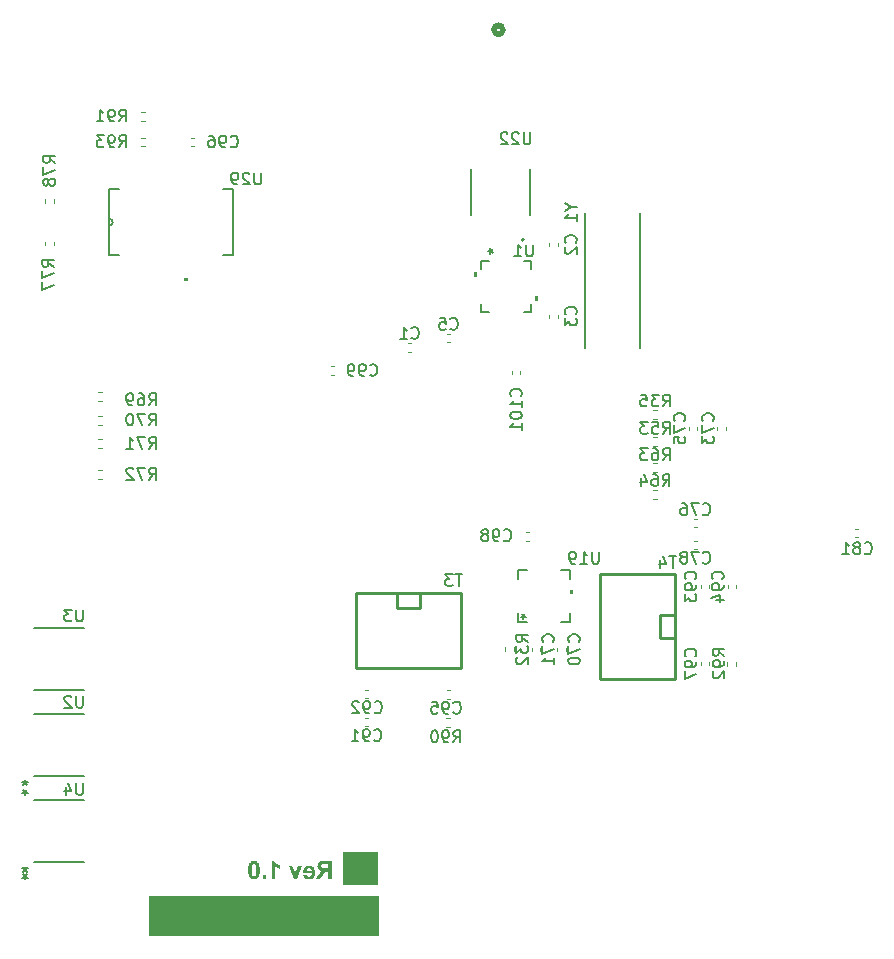
<source format=gbr>
%TF.GenerationSoftware,KiCad,Pcbnew,8.0.7*%
%TF.CreationDate,2025-02-06T16:30:48-03:00*%
%TF.ProjectId,adcs_board,61646373-5f62-46f6-9172-642e6b696361,1.0*%
%TF.SameCoordinates,Original*%
%TF.FileFunction,Legend,Bot*%
%TF.FilePolarity,Positive*%
%FSLAX46Y46*%
G04 Gerber Fmt 4.6, Leading zero omitted, Abs format (unit mm)*
G04 Created by KiCad (PCBNEW 8.0.7) date 2025-02-06 16:30:48*
%MOMM*%
%LPD*%
G01*
G04 APERTURE LIST*
%ADD10C,0.200000*%
%ADD11C,0.150000*%
%ADD12C,0.508000*%
%ADD13C,0.120000*%
%ADD14C,0.152400*%
%ADD15C,0.250000*%
%ADD16C,0.127000*%
%ADD17C,0.000000*%
G04 APERTURE END LIST*
G36*
X126700000Y-128400000D02*
G01*
X129600000Y-128400000D01*
X129600000Y-131200000D01*
X126700000Y-131200000D01*
X126700000Y-128400000D01*
G37*
G36*
X110250000Y-132100000D02*
G01*
X129750000Y-132100000D01*
X129750000Y-135500000D01*
X110250000Y-135500000D01*
X110250000Y-132100000D01*
G37*
D10*
G36*
X125745394Y-130645000D02*
G01*
X125440579Y-130645000D01*
X125440579Y-130011922D01*
X125378663Y-130011922D01*
X125372147Y-130011938D01*
X125297529Y-130015148D01*
X125225157Y-130028775D01*
X125192515Y-130043738D01*
X125133565Y-130091057D01*
X125107302Y-130121625D01*
X125061399Y-130182440D01*
X125014218Y-130249176D01*
X124972732Y-130309776D01*
X124752180Y-130645000D01*
X124387281Y-130645000D01*
X124571929Y-130348244D01*
X124611299Y-130285424D01*
X124653258Y-130221771D01*
X124695974Y-130161734D01*
X124745586Y-130101315D01*
X124784403Y-130063058D01*
X124844724Y-130014844D01*
X124908618Y-129973454D01*
X124884139Y-129969468D01*
X124804570Y-129950447D01*
X124734503Y-129923537D01*
X124666062Y-129883122D01*
X124610031Y-129832404D01*
X124566273Y-129772778D01*
X124535018Y-129705642D01*
X124516265Y-129630995D01*
X124511045Y-129562393D01*
X124824354Y-129562393D01*
X124827395Y-129601885D01*
X124855495Y-129673401D01*
X124877055Y-129698568D01*
X124940858Y-129736050D01*
X124984605Y-129744728D01*
X125063802Y-129751039D01*
X125138400Y-129753370D01*
X125214898Y-129754002D01*
X125440579Y-129754002D01*
X125440579Y-129378845D01*
X125202442Y-129378845D01*
X125128438Y-129379090D01*
X125054156Y-129380127D01*
X124980059Y-129383974D01*
X124925194Y-129399360D01*
X124865020Y-129441859D01*
X124837221Y-129487470D01*
X124824354Y-129562393D01*
X124511045Y-129562393D01*
X124510013Y-129548838D01*
X124510271Y-129532012D01*
X124519287Y-129451448D01*
X124541183Y-129376822D01*
X124575959Y-129308136D01*
X124621468Y-129248681D01*
X124681446Y-129197743D01*
X124751814Y-129161957D01*
X124789284Y-129150136D01*
X124862706Y-129135390D01*
X124940549Y-129126694D01*
X125017374Y-129122367D01*
X125103524Y-129120924D01*
X125745394Y-129120924D01*
X125745394Y-130645000D01*
G37*
G36*
X123842661Y-129520134D02*
G01*
X123919846Y-129529214D01*
X123991725Y-129549191D01*
X124058298Y-129580064D01*
X124119564Y-129621834D01*
X124175523Y-129674501D01*
X124208839Y-129715007D01*
X124250484Y-129782721D01*
X124282135Y-129858782D01*
X124303790Y-129943189D01*
X124314202Y-130019903D01*
X124317672Y-130102414D01*
X124313873Y-130185387D01*
X124302474Y-130262847D01*
X124283476Y-130334795D01*
X124251707Y-130411766D01*
X124209595Y-130481235D01*
X124163144Y-130535168D01*
X124097817Y-130587821D01*
X124022031Y-130627311D01*
X123950887Y-130650164D01*
X123872480Y-130663876D01*
X123786810Y-130668447D01*
X123710843Y-130664730D01*
X123631107Y-130651381D01*
X123558928Y-130628323D01*
X123486758Y-130590778D01*
X123443962Y-130559016D01*
X123388269Y-130502002D01*
X123342777Y-130433745D01*
X123310903Y-130363632D01*
X123599598Y-130316737D01*
X123620653Y-130366523D01*
X123669940Y-130424082D01*
X123711014Y-130445668D01*
X123783879Y-130457421D01*
X123820227Y-130454819D01*
X123891026Y-130431331D01*
X123950942Y-130383415D01*
X123989459Y-130325523D01*
X124012824Y-130253605D01*
X124020917Y-130176053D01*
X123295516Y-130176053D01*
X123295271Y-130155384D01*
X123297174Y-130076063D01*
X123305654Y-129988475D01*
X123583112Y-129988475D01*
X124015788Y-129988475D01*
X124013254Y-129938749D01*
X123994878Y-129864517D01*
X123954972Y-129799797D01*
X123938983Y-129783568D01*
X123875000Y-129743808D01*
X123798534Y-129730554D01*
X123782145Y-129731134D01*
X123707254Y-129751420D01*
X123647958Y-129796500D01*
X123615021Y-129843426D01*
X123590704Y-129915417D01*
X123583112Y-129988475D01*
X123305654Y-129988475D01*
X123306042Y-129984463D01*
X123322118Y-129901253D01*
X123345404Y-129826433D01*
X123382864Y-129747723D01*
X123430704Y-129681095D01*
X123458056Y-129652221D01*
X123518188Y-129602994D01*
X123585559Y-129565127D01*
X123660169Y-129538620D01*
X123742017Y-129523473D01*
X123815753Y-129519528D01*
X123842661Y-129520134D01*
G37*
G36*
X122764288Y-130645000D02*
G01*
X123205390Y-129542976D01*
X122901308Y-129542976D01*
X122695411Y-130105345D01*
X122635694Y-130293290D01*
X122612796Y-130222879D01*
X122605652Y-130198768D01*
X122582983Y-130128769D01*
X122574877Y-130105345D01*
X122366782Y-129542976D01*
X122068928Y-129542976D01*
X122503803Y-130645000D01*
X122764288Y-130645000D01*
G37*
G36*
X120634979Y-130645000D02*
G01*
X120924406Y-130645000D01*
X120924406Y-129542243D01*
X120985891Y-129598958D01*
X121051369Y-129649851D01*
X121120839Y-129694922D01*
X121194302Y-129734172D01*
X121271758Y-129767600D01*
X121298464Y-129777449D01*
X121298464Y-129496081D01*
X121225778Y-129467044D01*
X121157057Y-129430020D01*
X121093344Y-129388449D01*
X121052267Y-129358328D01*
X120990993Y-129305297D01*
X120940160Y-129248053D01*
X120899768Y-129186595D01*
X120869818Y-129120924D01*
X120634979Y-129120924D01*
X120634979Y-130645000D01*
G37*
G36*
X120146249Y-130645000D02*
G01*
X120146249Y-130363632D01*
X119856454Y-130363632D01*
X119856454Y-130645000D01*
X120146249Y-130645000D01*
G37*
G36*
X119201301Y-129124708D02*
G01*
X119274528Y-129139236D01*
X119351364Y-129169958D01*
X119418944Y-129215512D01*
X119477267Y-129275896D01*
X119520013Y-129340593D01*
X119555513Y-129416989D01*
X119578697Y-129486530D01*
X119597245Y-129563558D01*
X119611155Y-129648074D01*
X119620429Y-129740077D01*
X119624341Y-129813993D01*
X119625645Y-129892121D01*
X119625513Y-129919132D01*
X119623538Y-129997044D01*
X119617219Y-130093644D01*
X119606686Y-130181921D01*
X119591939Y-130261874D01*
X119567582Y-130350111D01*
X119536641Y-130425343D01*
X119490823Y-130498454D01*
X119473591Y-130519039D01*
X119417894Y-130572826D01*
X119356194Y-130614660D01*
X119288493Y-130644542D01*
X119214789Y-130662470D01*
X119135083Y-130668447D01*
X119068971Y-130664663D01*
X118995847Y-130650135D01*
X118919099Y-130619413D01*
X118851571Y-130573859D01*
X118793265Y-130513475D01*
X118750520Y-130448724D01*
X118715019Y-130372167D01*
X118691835Y-130302420D01*
X118673288Y-130225117D01*
X118659378Y-130140258D01*
X118650104Y-130047843D01*
X118646192Y-129973573D01*
X118644888Y-129895052D01*
X118947505Y-129895052D01*
X118947974Y-129957277D01*
X118950439Y-130041812D01*
X118955015Y-130115786D01*
X118963024Y-130188741D01*
X118977547Y-130261416D01*
X118996987Y-130317126D01*
X119041294Y-130377920D01*
X119062681Y-130392185D01*
X119135083Y-130410526D01*
X119160568Y-130408534D01*
X119228506Y-130378653D01*
X119269851Y-130322097D01*
X119295917Y-130250059D01*
X119305006Y-130208109D01*
X119314200Y-130134504D01*
X119319501Y-130053533D01*
X119322009Y-129971822D01*
X119322662Y-129895052D01*
X119322192Y-129832896D01*
X119319728Y-129748377D01*
X119315151Y-129674317D01*
X119307142Y-129601133D01*
X119292620Y-129527955D01*
X119273180Y-129472245D01*
X119228872Y-129411451D01*
X119207486Y-129397186D01*
X119135083Y-129378845D01*
X119109621Y-129380882D01*
X119042027Y-129411451D01*
X119000386Y-129468419D01*
X118974249Y-129540778D01*
X118965160Y-129582590D01*
X118955967Y-129656012D01*
X118950665Y-129736823D01*
X118948158Y-129818396D01*
X118947505Y-129895052D01*
X118644888Y-129895052D01*
X118645463Y-129842152D01*
X118648484Y-129766388D01*
X118656538Y-129672061D01*
X118669195Y-129585381D01*
X118686454Y-129506349D01*
X118714500Y-129418315D01*
X118749737Y-129342230D01*
X118792166Y-129278094D01*
X118841952Y-129224681D01*
X118908500Y-129176333D01*
X118984164Y-129143026D01*
X119056275Y-129126450D01*
X119135083Y-129120924D01*
X119201301Y-129124708D01*
G37*
D11*
X146359580Y-76778333D02*
X146407200Y-76730714D01*
X146407200Y-76730714D02*
X146454819Y-76587857D01*
X146454819Y-76587857D02*
X146454819Y-76492619D01*
X146454819Y-76492619D02*
X146407200Y-76349762D01*
X146407200Y-76349762D02*
X146311961Y-76254524D01*
X146311961Y-76254524D02*
X146216723Y-76206905D01*
X146216723Y-76206905D02*
X146026247Y-76159286D01*
X146026247Y-76159286D02*
X145883390Y-76159286D01*
X145883390Y-76159286D02*
X145692914Y-76206905D01*
X145692914Y-76206905D02*
X145597676Y-76254524D01*
X145597676Y-76254524D02*
X145502438Y-76349762D01*
X145502438Y-76349762D02*
X145454819Y-76492619D01*
X145454819Y-76492619D02*
X145454819Y-76587857D01*
X145454819Y-76587857D02*
X145502438Y-76730714D01*
X145502438Y-76730714D02*
X145550057Y-76778333D01*
X145550057Y-77159286D02*
X145502438Y-77206905D01*
X145502438Y-77206905D02*
X145454819Y-77302143D01*
X145454819Y-77302143D02*
X145454819Y-77540238D01*
X145454819Y-77540238D02*
X145502438Y-77635476D01*
X145502438Y-77635476D02*
X145550057Y-77683095D01*
X145550057Y-77683095D02*
X145645295Y-77730714D01*
X145645295Y-77730714D02*
X145740533Y-77730714D01*
X145740533Y-77730714D02*
X145883390Y-77683095D01*
X145883390Y-77683095D02*
X146454819Y-77111667D01*
X146454819Y-77111667D02*
X146454819Y-77730714D01*
X141709580Y-89780952D02*
X141757200Y-89733333D01*
X141757200Y-89733333D02*
X141804819Y-89590476D01*
X141804819Y-89590476D02*
X141804819Y-89495238D01*
X141804819Y-89495238D02*
X141757200Y-89352381D01*
X141757200Y-89352381D02*
X141661961Y-89257143D01*
X141661961Y-89257143D02*
X141566723Y-89209524D01*
X141566723Y-89209524D02*
X141376247Y-89161905D01*
X141376247Y-89161905D02*
X141233390Y-89161905D01*
X141233390Y-89161905D02*
X141042914Y-89209524D01*
X141042914Y-89209524D02*
X140947676Y-89257143D01*
X140947676Y-89257143D02*
X140852438Y-89352381D01*
X140852438Y-89352381D02*
X140804819Y-89495238D01*
X140804819Y-89495238D02*
X140804819Y-89590476D01*
X140804819Y-89590476D02*
X140852438Y-89733333D01*
X140852438Y-89733333D02*
X140900057Y-89780952D01*
X141804819Y-90733333D02*
X141804819Y-90161905D01*
X141804819Y-90447619D02*
X140804819Y-90447619D01*
X140804819Y-90447619D02*
X140947676Y-90352381D01*
X140947676Y-90352381D02*
X141042914Y-90257143D01*
X141042914Y-90257143D02*
X141090533Y-90161905D01*
X140804819Y-91352381D02*
X140804819Y-91447619D01*
X140804819Y-91447619D02*
X140852438Y-91542857D01*
X140852438Y-91542857D02*
X140900057Y-91590476D01*
X140900057Y-91590476D02*
X140995295Y-91638095D01*
X140995295Y-91638095D02*
X141185771Y-91685714D01*
X141185771Y-91685714D02*
X141423866Y-91685714D01*
X141423866Y-91685714D02*
X141614342Y-91638095D01*
X141614342Y-91638095D02*
X141709580Y-91590476D01*
X141709580Y-91590476D02*
X141757200Y-91542857D01*
X141757200Y-91542857D02*
X141804819Y-91447619D01*
X141804819Y-91447619D02*
X141804819Y-91352381D01*
X141804819Y-91352381D02*
X141757200Y-91257143D01*
X141757200Y-91257143D02*
X141709580Y-91209524D01*
X141709580Y-91209524D02*
X141614342Y-91161905D01*
X141614342Y-91161905D02*
X141423866Y-91114286D01*
X141423866Y-91114286D02*
X141185771Y-91114286D01*
X141185771Y-91114286D02*
X140995295Y-91161905D01*
X140995295Y-91161905D02*
X140900057Y-91209524D01*
X140900057Y-91209524D02*
X140852438Y-91257143D01*
X140852438Y-91257143D02*
X140804819Y-91352381D01*
X141804819Y-92638095D02*
X141804819Y-92066667D01*
X141804819Y-92352381D02*
X140804819Y-92352381D01*
X140804819Y-92352381D02*
X140947676Y-92257143D01*
X140947676Y-92257143D02*
X141042914Y-92161905D01*
X141042914Y-92161905D02*
X141090533Y-92066667D01*
X146634579Y-110579142D02*
X146682199Y-110531523D01*
X146682199Y-110531523D02*
X146729818Y-110388666D01*
X146729818Y-110388666D02*
X146729818Y-110293428D01*
X146729818Y-110293428D02*
X146682199Y-110150571D01*
X146682199Y-110150571D02*
X146586960Y-110055333D01*
X146586960Y-110055333D02*
X146491722Y-110007714D01*
X146491722Y-110007714D02*
X146301246Y-109960095D01*
X146301246Y-109960095D02*
X146158389Y-109960095D01*
X146158389Y-109960095D02*
X145967913Y-110007714D01*
X145967913Y-110007714D02*
X145872675Y-110055333D01*
X145872675Y-110055333D02*
X145777437Y-110150571D01*
X145777437Y-110150571D02*
X145729818Y-110293428D01*
X145729818Y-110293428D02*
X145729818Y-110388666D01*
X145729818Y-110388666D02*
X145777437Y-110531523D01*
X145777437Y-110531523D02*
X145825056Y-110579142D01*
X145729818Y-110912476D02*
X145729818Y-111579142D01*
X145729818Y-111579142D02*
X146729818Y-111150571D01*
X145729818Y-112150571D02*
X145729818Y-112245809D01*
X145729818Y-112245809D02*
X145777437Y-112341047D01*
X145777437Y-112341047D02*
X145825056Y-112388666D01*
X145825056Y-112388666D02*
X145920294Y-112436285D01*
X145920294Y-112436285D02*
X146110770Y-112483904D01*
X146110770Y-112483904D02*
X146348865Y-112483904D01*
X146348865Y-112483904D02*
X146539341Y-112436285D01*
X146539341Y-112436285D02*
X146634579Y-112388666D01*
X146634579Y-112388666D02*
X146682199Y-112341047D01*
X146682199Y-112341047D02*
X146729818Y-112245809D01*
X146729818Y-112245809D02*
X146729818Y-112150571D01*
X146729818Y-112150571D02*
X146682199Y-112055333D01*
X146682199Y-112055333D02*
X146634579Y-112007714D01*
X146634579Y-112007714D02*
X146539341Y-111960095D01*
X146539341Y-111960095D02*
X146348865Y-111912476D01*
X146348865Y-111912476D02*
X146110770Y-111912476D01*
X146110770Y-111912476D02*
X145920294Y-111960095D01*
X145920294Y-111960095D02*
X145825056Y-112007714D01*
X145825056Y-112007714D02*
X145777437Y-112055333D01*
X145777437Y-112055333D02*
X145729818Y-112150571D01*
X157142857Y-99759580D02*
X157190476Y-99807200D01*
X157190476Y-99807200D02*
X157333333Y-99854819D01*
X157333333Y-99854819D02*
X157428571Y-99854819D01*
X157428571Y-99854819D02*
X157571428Y-99807200D01*
X157571428Y-99807200D02*
X157666666Y-99711961D01*
X157666666Y-99711961D02*
X157714285Y-99616723D01*
X157714285Y-99616723D02*
X157761904Y-99426247D01*
X157761904Y-99426247D02*
X157761904Y-99283390D01*
X157761904Y-99283390D02*
X157714285Y-99092914D01*
X157714285Y-99092914D02*
X157666666Y-98997676D01*
X157666666Y-98997676D02*
X157571428Y-98902438D01*
X157571428Y-98902438D02*
X157428571Y-98854819D01*
X157428571Y-98854819D02*
X157333333Y-98854819D01*
X157333333Y-98854819D02*
X157190476Y-98902438D01*
X157190476Y-98902438D02*
X157142857Y-98950057D01*
X156809523Y-98854819D02*
X156142857Y-98854819D01*
X156142857Y-98854819D02*
X156571428Y-99854819D01*
X155333333Y-98854819D02*
X155523809Y-98854819D01*
X155523809Y-98854819D02*
X155619047Y-98902438D01*
X155619047Y-98902438D02*
X155666666Y-98950057D01*
X155666666Y-98950057D02*
X155761904Y-99092914D01*
X155761904Y-99092914D02*
X155809523Y-99283390D01*
X155809523Y-99283390D02*
X155809523Y-99664342D01*
X155809523Y-99664342D02*
X155761904Y-99759580D01*
X155761904Y-99759580D02*
X155714285Y-99807200D01*
X155714285Y-99807200D02*
X155619047Y-99854819D01*
X155619047Y-99854819D02*
X155428571Y-99854819D01*
X155428571Y-99854819D02*
X155333333Y-99807200D01*
X155333333Y-99807200D02*
X155285714Y-99759580D01*
X155285714Y-99759580D02*
X155238095Y-99664342D01*
X155238095Y-99664342D02*
X155238095Y-99426247D01*
X155238095Y-99426247D02*
X155285714Y-99331009D01*
X155285714Y-99331009D02*
X155333333Y-99283390D01*
X155333333Y-99283390D02*
X155428571Y-99235771D01*
X155428571Y-99235771D02*
X155619047Y-99235771D01*
X155619047Y-99235771D02*
X155714285Y-99283390D01*
X155714285Y-99283390D02*
X155761904Y-99331009D01*
X155761904Y-99331009D02*
X155809523Y-99426247D01*
X104661904Y-122554819D02*
X104661904Y-123364342D01*
X104661904Y-123364342D02*
X104614285Y-123459580D01*
X104614285Y-123459580D02*
X104566666Y-123507200D01*
X104566666Y-123507200D02*
X104471428Y-123554819D01*
X104471428Y-123554819D02*
X104280952Y-123554819D01*
X104280952Y-123554819D02*
X104185714Y-123507200D01*
X104185714Y-123507200D02*
X104138095Y-123459580D01*
X104138095Y-123459580D02*
X104090476Y-123364342D01*
X104090476Y-123364342D02*
X104090476Y-122554819D01*
X103185714Y-122888152D02*
X103185714Y-123554819D01*
X103423809Y-122507200D02*
X103661904Y-123221485D01*
X103661904Y-123221485D02*
X103042857Y-123221485D01*
X99746000Y-130696180D02*
X99746000Y-130458085D01*
X99507905Y-130553323D02*
X99746000Y-130458085D01*
X99746000Y-130458085D02*
X99984095Y-130553323D01*
X99603143Y-130267609D02*
X99746000Y-130458085D01*
X99746000Y-130458085D02*
X99888857Y-130267609D01*
X99745999Y-129605819D02*
X99745999Y-129843914D01*
X99984094Y-129748676D02*
X99745999Y-129843914D01*
X99745999Y-129843914D02*
X99507904Y-129748676D01*
X99888856Y-130034390D02*
X99745999Y-129843914D01*
X99745999Y-129843914D02*
X99603142Y-130034390D01*
X102201485Y-78817125D02*
X101725294Y-78483792D01*
X102201485Y-78245697D02*
X101201485Y-78245697D01*
X101201485Y-78245697D02*
X101201485Y-78626649D01*
X101201485Y-78626649D02*
X101249104Y-78721887D01*
X101249104Y-78721887D02*
X101296723Y-78769506D01*
X101296723Y-78769506D02*
X101391961Y-78817125D01*
X101391961Y-78817125D02*
X101534818Y-78817125D01*
X101534818Y-78817125D02*
X101630056Y-78769506D01*
X101630056Y-78769506D02*
X101677675Y-78721887D01*
X101677675Y-78721887D02*
X101725294Y-78626649D01*
X101725294Y-78626649D02*
X101725294Y-78245697D01*
X101201485Y-79150459D02*
X101201485Y-79817125D01*
X101201485Y-79817125D02*
X102201485Y-79388554D01*
X101201485Y-80102840D02*
X101201485Y-80769506D01*
X101201485Y-80769506D02*
X102201485Y-80340935D01*
X136761904Y-104854819D02*
X136190476Y-104854819D01*
X136476190Y-105854819D02*
X136476190Y-104854819D01*
X135952380Y-104854819D02*
X135333333Y-104854819D01*
X135333333Y-104854819D02*
X135666666Y-105235771D01*
X135666666Y-105235771D02*
X135523809Y-105235771D01*
X135523809Y-105235771D02*
X135428571Y-105283390D01*
X135428571Y-105283390D02*
X135380952Y-105331009D01*
X135380952Y-105331009D02*
X135333333Y-105426247D01*
X135333333Y-105426247D02*
X135333333Y-105664342D01*
X135333333Y-105664342D02*
X135380952Y-105759580D01*
X135380952Y-105759580D02*
X135428571Y-105807200D01*
X135428571Y-105807200D02*
X135523809Y-105854819D01*
X135523809Y-105854819D02*
X135809523Y-105854819D01*
X135809523Y-105854819D02*
X135904761Y-105807200D01*
X135904761Y-105807200D02*
X135952380Y-105759580D01*
X145978628Y-73755809D02*
X146454819Y-73755809D01*
X145454819Y-73422476D02*
X145978628Y-73755809D01*
X145978628Y-73755809D02*
X145454819Y-74089142D01*
X146454819Y-74946285D02*
X146454819Y-74374857D01*
X146454819Y-74660571D02*
X145454819Y-74660571D01*
X145454819Y-74660571D02*
X145597676Y-74565333D01*
X145597676Y-74565333D02*
X145692914Y-74470095D01*
X145692914Y-74470095D02*
X145740533Y-74374857D01*
X155559580Y-91867142D02*
X155607200Y-91819523D01*
X155607200Y-91819523D02*
X155654819Y-91676666D01*
X155654819Y-91676666D02*
X155654819Y-91581428D01*
X155654819Y-91581428D02*
X155607200Y-91438571D01*
X155607200Y-91438571D02*
X155511961Y-91343333D01*
X155511961Y-91343333D02*
X155416723Y-91295714D01*
X155416723Y-91295714D02*
X155226247Y-91248095D01*
X155226247Y-91248095D02*
X155083390Y-91248095D01*
X155083390Y-91248095D02*
X154892914Y-91295714D01*
X154892914Y-91295714D02*
X154797676Y-91343333D01*
X154797676Y-91343333D02*
X154702438Y-91438571D01*
X154702438Y-91438571D02*
X154654819Y-91581428D01*
X154654819Y-91581428D02*
X154654819Y-91676666D01*
X154654819Y-91676666D02*
X154702438Y-91819523D01*
X154702438Y-91819523D02*
X154750057Y-91867142D01*
X154654819Y-92200476D02*
X154654819Y-92867142D01*
X154654819Y-92867142D02*
X155654819Y-92438571D01*
X154654819Y-93724285D02*
X154654819Y-93248095D01*
X154654819Y-93248095D02*
X155131009Y-93200476D01*
X155131009Y-93200476D02*
X155083390Y-93248095D01*
X155083390Y-93248095D02*
X155035771Y-93343333D01*
X155035771Y-93343333D02*
X155035771Y-93581428D01*
X155035771Y-93581428D02*
X155083390Y-93676666D01*
X155083390Y-93676666D02*
X155131009Y-93724285D01*
X155131009Y-93724285D02*
X155226247Y-93771904D01*
X155226247Y-93771904D02*
X155464342Y-93771904D01*
X155464342Y-93771904D02*
X155559580Y-93724285D01*
X155559580Y-93724285D02*
X155607200Y-93676666D01*
X155607200Y-93676666D02*
X155654819Y-93581428D01*
X155654819Y-93581428D02*
X155654819Y-93343333D01*
X155654819Y-93343333D02*
X155607200Y-93248095D01*
X155607200Y-93248095D02*
X155559580Y-93200476D01*
X146359580Y-82833333D02*
X146407200Y-82785714D01*
X146407200Y-82785714D02*
X146454819Y-82642857D01*
X146454819Y-82642857D02*
X146454819Y-82547619D01*
X146454819Y-82547619D02*
X146407200Y-82404762D01*
X146407200Y-82404762D02*
X146311961Y-82309524D01*
X146311961Y-82309524D02*
X146216723Y-82261905D01*
X146216723Y-82261905D02*
X146026247Y-82214286D01*
X146026247Y-82214286D02*
X145883390Y-82214286D01*
X145883390Y-82214286D02*
X145692914Y-82261905D01*
X145692914Y-82261905D02*
X145597676Y-82309524D01*
X145597676Y-82309524D02*
X145502438Y-82404762D01*
X145502438Y-82404762D02*
X145454819Y-82547619D01*
X145454819Y-82547619D02*
X145454819Y-82642857D01*
X145454819Y-82642857D02*
X145502438Y-82785714D01*
X145502438Y-82785714D02*
X145550057Y-82833333D01*
X145454819Y-83166667D02*
X145454819Y-83785714D01*
X145454819Y-83785714D02*
X145835771Y-83452381D01*
X145835771Y-83452381D02*
X145835771Y-83595238D01*
X145835771Y-83595238D02*
X145883390Y-83690476D01*
X145883390Y-83690476D02*
X145931009Y-83738095D01*
X145931009Y-83738095D02*
X146026247Y-83785714D01*
X146026247Y-83785714D02*
X146264342Y-83785714D01*
X146264342Y-83785714D02*
X146359580Y-83738095D01*
X146359580Y-83738095D02*
X146407200Y-83690476D01*
X146407200Y-83690476D02*
X146454819Y-83595238D01*
X146454819Y-83595238D02*
X146454819Y-83309524D01*
X146454819Y-83309524D02*
X146407200Y-83214286D01*
X146407200Y-83214286D02*
X146359580Y-83166667D01*
X153742857Y-90654819D02*
X154076190Y-90178628D01*
X154314285Y-90654819D02*
X154314285Y-89654819D01*
X154314285Y-89654819D02*
X153933333Y-89654819D01*
X153933333Y-89654819D02*
X153838095Y-89702438D01*
X153838095Y-89702438D02*
X153790476Y-89750057D01*
X153790476Y-89750057D02*
X153742857Y-89845295D01*
X153742857Y-89845295D02*
X153742857Y-89988152D01*
X153742857Y-89988152D02*
X153790476Y-90083390D01*
X153790476Y-90083390D02*
X153838095Y-90131009D01*
X153838095Y-90131009D02*
X153933333Y-90178628D01*
X153933333Y-90178628D02*
X154314285Y-90178628D01*
X153409523Y-89654819D02*
X152790476Y-89654819D01*
X152790476Y-89654819D02*
X153123809Y-90035771D01*
X153123809Y-90035771D02*
X152980952Y-90035771D01*
X152980952Y-90035771D02*
X152885714Y-90083390D01*
X152885714Y-90083390D02*
X152838095Y-90131009D01*
X152838095Y-90131009D02*
X152790476Y-90226247D01*
X152790476Y-90226247D02*
X152790476Y-90464342D01*
X152790476Y-90464342D02*
X152838095Y-90559580D01*
X152838095Y-90559580D02*
X152885714Y-90607200D01*
X152885714Y-90607200D02*
X152980952Y-90654819D01*
X152980952Y-90654819D02*
X153266666Y-90654819D01*
X153266666Y-90654819D02*
X153361904Y-90607200D01*
X153361904Y-90607200D02*
X153409523Y-90559580D01*
X151885714Y-89654819D02*
X152361904Y-89654819D01*
X152361904Y-89654819D02*
X152409523Y-90131009D01*
X152409523Y-90131009D02*
X152361904Y-90083390D01*
X152361904Y-90083390D02*
X152266666Y-90035771D01*
X152266666Y-90035771D02*
X152028571Y-90035771D01*
X152028571Y-90035771D02*
X151933333Y-90083390D01*
X151933333Y-90083390D02*
X151885714Y-90131009D01*
X151885714Y-90131009D02*
X151838095Y-90226247D01*
X151838095Y-90226247D02*
X151838095Y-90464342D01*
X151838095Y-90464342D02*
X151885714Y-90559580D01*
X151885714Y-90559580D02*
X151933333Y-90607200D01*
X151933333Y-90607200D02*
X152028571Y-90654819D01*
X152028571Y-90654819D02*
X152266666Y-90654819D01*
X152266666Y-90654819D02*
X152361904Y-90607200D01*
X152361904Y-90607200D02*
X152409523Y-90559580D01*
X156499580Y-105257142D02*
X156547200Y-105209523D01*
X156547200Y-105209523D02*
X156594819Y-105066666D01*
X156594819Y-105066666D02*
X156594819Y-104971428D01*
X156594819Y-104971428D02*
X156547200Y-104828571D01*
X156547200Y-104828571D02*
X156451961Y-104733333D01*
X156451961Y-104733333D02*
X156356723Y-104685714D01*
X156356723Y-104685714D02*
X156166247Y-104638095D01*
X156166247Y-104638095D02*
X156023390Y-104638095D01*
X156023390Y-104638095D02*
X155832914Y-104685714D01*
X155832914Y-104685714D02*
X155737676Y-104733333D01*
X155737676Y-104733333D02*
X155642438Y-104828571D01*
X155642438Y-104828571D02*
X155594819Y-104971428D01*
X155594819Y-104971428D02*
X155594819Y-105066666D01*
X155594819Y-105066666D02*
X155642438Y-105209523D01*
X155642438Y-105209523D02*
X155690057Y-105257142D01*
X156594819Y-105733333D02*
X156594819Y-105923809D01*
X156594819Y-105923809D02*
X156547200Y-106019047D01*
X156547200Y-106019047D02*
X156499580Y-106066666D01*
X156499580Y-106066666D02*
X156356723Y-106161904D01*
X156356723Y-106161904D02*
X156166247Y-106209523D01*
X156166247Y-106209523D02*
X155785295Y-106209523D01*
X155785295Y-106209523D02*
X155690057Y-106161904D01*
X155690057Y-106161904D02*
X155642438Y-106114285D01*
X155642438Y-106114285D02*
X155594819Y-106019047D01*
X155594819Y-106019047D02*
X155594819Y-105828571D01*
X155594819Y-105828571D02*
X155642438Y-105733333D01*
X155642438Y-105733333D02*
X155690057Y-105685714D01*
X155690057Y-105685714D02*
X155785295Y-105638095D01*
X155785295Y-105638095D02*
X156023390Y-105638095D01*
X156023390Y-105638095D02*
X156118628Y-105685714D01*
X156118628Y-105685714D02*
X156166247Y-105733333D01*
X156166247Y-105733333D02*
X156213866Y-105828571D01*
X156213866Y-105828571D02*
X156213866Y-106019047D01*
X156213866Y-106019047D02*
X156166247Y-106114285D01*
X156166247Y-106114285D02*
X156118628Y-106161904D01*
X156118628Y-106161904D02*
X156023390Y-106209523D01*
X155594819Y-106542857D02*
X155594819Y-107161904D01*
X155594819Y-107161904D02*
X155975771Y-106828571D01*
X155975771Y-106828571D02*
X155975771Y-106971428D01*
X155975771Y-106971428D02*
X156023390Y-107066666D01*
X156023390Y-107066666D02*
X156071009Y-107114285D01*
X156071009Y-107114285D02*
X156166247Y-107161904D01*
X156166247Y-107161904D02*
X156404342Y-107161904D01*
X156404342Y-107161904D02*
X156499580Y-107114285D01*
X156499580Y-107114285D02*
X156547200Y-107066666D01*
X156547200Y-107066666D02*
X156594819Y-106971428D01*
X156594819Y-106971428D02*
X156594819Y-106685714D01*
X156594819Y-106685714D02*
X156547200Y-106590476D01*
X156547200Y-106590476D02*
X156499580Y-106542857D01*
X119738094Y-70854819D02*
X119738094Y-71664342D01*
X119738094Y-71664342D02*
X119690475Y-71759580D01*
X119690475Y-71759580D02*
X119642856Y-71807200D01*
X119642856Y-71807200D02*
X119547618Y-71854819D01*
X119547618Y-71854819D02*
X119357142Y-71854819D01*
X119357142Y-71854819D02*
X119261904Y-71807200D01*
X119261904Y-71807200D02*
X119214285Y-71759580D01*
X119214285Y-71759580D02*
X119166666Y-71664342D01*
X119166666Y-71664342D02*
X119166666Y-70854819D01*
X118738094Y-70950057D02*
X118690475Y-70902438D01*
X118690475Y-70902438D02*
X118595237Y-70854819D01*
X118595237Y-70854819D02*
X118357142Y-70854819D01*
X118357142Y-70854819D02*
X118261904Y-70902438D01*
X118261904Y-70902438D02*
X118214285Y-70950057D01*
X118214285Y-70950057D02*
X118166666Y-71045295D01*
X118166666Y-71045295D02*
X118166666Y-71140533D01*
X118166666Y-71140533D02*
X118214285Y-71283390D01*
X118214285Y-71283390D02*
X118785713Y-71854819D01*
X118785713Y-71854819D02*
X118166666Y-71854819D01*
X117690475Y-71854819D02*
X117499999Y-71854819D01*
X117499999Y-71854819D02*
X117404761Y-71807200D01*
X117404761Y-71807200D02*
X117357142Y-71759580D01*
X117357142Y-71759580D02*
X117261904Y-71616723D01*
X117261904Y-71616723D02*
X117214285Y-71426247D01*
X117214285Y-71426247D02*
X117214285Y-71045295D01*
X117214285Y-71045295D02*
X117261904Y-70950057D01*
X117261904Y-70950057D02*
X117309523Y-70902438D01*
X117309523Y-70902438D02*
X117404761Y-70854819D01*
X117404761Y-70854819D02*
X117595237Y-70854819D01*
X117595237Y-70854819D02*
X117690475Y-70902438D01*
X117690475Y-70902438D02*
X117738094Y-70950057D01*
X117738094Y-70950057D02*
X117785713Y-71045295D01*
X117785713Y-71045295D02*
X117785713Y-71283390D01*
X117785713Y-71283390D02*
X117738094Y-71378628D01*
X117738094Y-71378628D02*
X117690475Y-71426247D01*
X117690475Y-71426247D02*
X117595237Y-71473866D01*
X117595237Y-71473866D02*
X117404761Y-71473866D01*
X117404761Y-71473866D02*
X117309523Y-71426247D01*
X117309523Y-71426247D02*
X117261904Y-71378628D01*
X117261904Y-71378628D02*
X117214285Y-71283390D01*
X154861904Y-103354819D02*
X154290476Y-103354819D01*
X154576190Y-104354819D02*
X154576190Y-103354819D01*
X153528571Y-103688152D02*
X153528571Y-104354819D01*
X153766666Y-103307200D02*
X154004761Y-104021485D01*
X154004761Y-104021485D02*
X153385714Y-104021485D01*
X156499580Y-111794642D02*
X156547200Y-111747023D01*
X156547200Y-111747023D02*
X156594819Y-111604166D01*
X156594819Y-111604166D02*
X156594819Y-111508928D01*
X156594819Y-111508928D02*
X156547200Y-111366071D01*
X156547200Y-111366071D02*
X156451961Y-111270833D01*
X156451961Y-111270833D02*
X156356723Y-111223214D01*
X156356723Y-111223214D02*
X156166247Y-111175595D01*
X156166247Y-111175595D02*
X156023390Y-111175595D01*
X156023390Y-111175595D02*
X155832914Y-111223214D01*
X155832914Y-111223214D02*
X155737676Y-111270833D01*
X155737676Y-111270833D02*
X155642438Y-111366071D01*
X155642438Y-111366071D02*
X155594819Y-111508928D01*
X155594819Y-111508928D02*
X155594819Y-111604166D01*
X155594819Y-111604166D02*
X155642438Y-111747023D01*
X155642438Y-111747023D02*
X155690057Y-111794642D01*
X156594819Y-112270833D02*
X156594819Y-112461309D01*
X156594819Y-112461309D02*
X156547200Y-112556547D01*
X156547200Y-112556547D02*
X156499580Y-112604166D01*
X156499580Y-112604166D02*
X156356723Y-112699404D01*
X156356723Y-112699404D02*
X156166247Y-112747023D01*
X156166247Y-112747023D02*
X155785295Y-112747023D01*
X155785295Y-112747023D02*
X155690057Y-112699404D01*
X155690057Y-112699404D02*
X155642438Y-112651785D01*
X155642438Y-112651785D02*
X155594819Y-112556547D01*
X155594819Y-112556547D02*
X155594819Y-112366071D01*
X155594819Y-112366071D02*
X155642438Y-112270833D01*
X155642438Y-112270833D02*
X155690057Y-112223214D01*
X155690057Y-112223214D02*
X155785295Y-112175595D01*
X155785295Y-112175595D02*
X156023390Y-112175595D01*
X156023390Y-112175595D02*
X156118628Y-112223214D01*
X156118628Y-112223214D02*
X156166247Y-112270833D01*
X156166247Y-112270833D02*
X156213866Y-112366071D01*
X156213866Y-112366071D02*
X156213866Y-112556547D01*
X156213866Y-112556547D02*
X156166247Y-112651785D01*
X156166247Y-112651785D02*
X156118628Y-112699404D01*
X156118628Y-112699404D02*
X156023390Y-112747023D01*
X155594819Y-113080357D02*
X155594819Y-113747023D01*
X155594819Y-113747023D02*
X156594819Y-113318452D01*
X142761904Y-76954819D02*
X142761904Y-77764342D01*
X142761904Y-77764342D02*
X142714285Y-77859580D01*
X142714285Y-77859580D02*
X142666666Y-77907200D01*
X142666666Y-77907200D02*
X142571428Y-77954819D01*
X142571428Y-77954819D02*
X142380952Y-77954819D01*
X142380952Y-77954819D02*
X142285714Y-77907200D01*
X142285714Y-77907200D02*
X142238095Y-77859580D01*
X142238095Y-77859580D02*
X142190476Y-77764342D01*
X142190476Y-77764342D02*
X142190476Y-76954819D01*
X141190476Y-77954819D02*
X141761904Y-77954819D01*
X141476190Y-77954819D02*
X141476190Y-76954819D01*
X141476190Y-76954819D02*
X141571428Y-77097676D01*
X141571428Y-77097676D02*
X141666666Y-77192914D01*
X141666666Y-77192914D02*
X141761904Y-77240533D01*
X138954819Y-77500000D02*
X139192914Y-77500000D01*
X139097676Y-77261905D02*
X139192914Y-77500000D01*
X139192914Y-77500000D02*
X139097676Y-77738095D01*
X139383390Y-77357143D02*
X139192914Y-77500000D01*
X139192914Y-77500000D02*
X139383390Y-77642857D01*
X110242857Y-92254819D02*
X110576190Y-91778628D01*
X110814285Y-92254819D02*
X110814285Y-91254819D01*
X110814285Y-91254819D02*
X110433333Y-91254819D01*
X110433333Y-91254819D02*
X110338095Y-91302438D01*
X110338095Y-91302438D02*
X110290476Y-91350057D01*
X110290476Y-91350057D02*
X110242857Y-91445295D01*
X110242857Y-91445295D02*
X110242857Y-91588152D01*
X110242857Y-91588152D02*
X110290476Y-91683390D01*
X110290476Y-91683390D02*
X110338095Y-91731009D01*
X110338095Y-91731009D02*
X110433333Y-91778628D01*
X110433333Y-91778628D02*
X110814285Y-91778628D01*
X109909523Y-91254819D02*
X109242857Y-91254819D01*
X109242857Y-91254819D02*
X109671428Y-92254819D01*
X108671428Y-91254819D02*
X108576190Y-91254819D01*
X108576190Y-91254819D02*
X108480952Y-91302438D01*
X108480952Y-91302438D02*
X108433333Y-91350057D01*
X108433333Y-91350057D02*
X108385714Y-91445295D01*
X108385714Y-91445295D02*
X108338095Y-91635771D01*
X108338095Y-91635771D02*
X108338095Y-91873866D01*
X108338095Y-91873866D02*
X108385714Y-92064342D01*
X108385714Y-92064342D02*
X108433333Y-92159580D01*
X108433333Y-92159580D02*
X108480952Y-92207200D01*
X108480952Y-92207200D02*
X108576190Y-92254819D01*
X108576190Y-92254819D02*
X108671428Y-92254819D01*
X108671428Y-92254819D02*
X108766666Y-92207200D01*
X108766666Y-92207200D02*
X108814285Y-92159580D01*
X108814285Y-92159580D02*
X108861904Y-92064342D01*
X108861904Y-92064342D02*
X108909523Y-91873866D01*
X108909523Y-91873866D02*
X108909523Y-91635771D01*
X108909523Y-91635771D02*
X108861904Y-91445295D01*
X108861904Y-91445295D02*
X108814285Y-91350057D01*
X108814285Y-91350057D02*
X108766666Y-91302438D01*
X108766666Y-91302438D02*
X108671428Y-91254819D01*
X170842857Y-103059580D02*
X170890476Y-103107200D01*
X170890476Y-103107200D02*
X171033333Y-103154819D01*
X171033333Y-103154819D02*
X171128571Y-103154819D01*
X171128571Y-103154819D02*
X171271428Y-103107200D01*
X171271428Y-103107200D02*
X171366666Y-103011961D01*
X171366666Y-103011961D02*
X171414285Y-102916723D01*
X171414285Y-102916723D02*
X171461904Y-102726247D01*
X171461904Y-102726247D02*
X171461904Y-102583390D01*
X171461904Y-102583390D02*
X171414285Y-102392914D01*
X171414285Y-102392914D02*
X171366666Y-102297676D01*
X171366666Y-102297676D02*
X171271428Y-102202438D01*
X171271428Y-102202438D02*
X171128571Y-102154819D01*
X171128571Y-102154819D02*
X171033333Y-102154819D01*
X171033333Y-102154819D02*
X170890476Y-102202438D01*
X170890476Y-102202438D02*
X170842857Y-102250057D01*
X170271428Y-102583390D02*
X170366666Y-102535771D01*
X170366666Y-102535771D02*
X170414285Y-102488152D01*
X170414285Y-102488152D02*
X170461904Y-102392914D01*
X170461904Y-102392914D02*
X170461904Y-102345295D01*
X170461904Y-102345295D02*
X170414285Y-102250057D01*
X170414285Y-102250057D02*
X170366666Y-102202438D01*
X170366666Y-102202438D02*
X170271428Y-102154819D01*
X170271428Y-102154819D02*
X170080952Y-102154819D01*
X170080952Y-102154819D02*
X169985714Y-102202438D01*
X169985714Y-102202438D02*
X169938095Y-102250057D01*
X169938095Y-102250057D02*
X169890476Y-102345295D01*
X169890476Y-102345295D02*
X169890476Y-102392914D01*
X169890476Y-102392914D02*
X169938095Y-102488152D01*
X169938095Y-102488152D02*
X169985714Y-102535771D01*
X169985714Y-102535771D02*
X170080952Y-102583390D01*
X170080952Y-102583390D02*
X170271428Y-102583390D01*
X170271428Y-102583390D02*
X170366666Y-102631009D01*
X170366666Y-102631009D02*
X170414285Y-102678628D01*
X170414285Y-102678628D02*
X170461904Y-102773866D01*
X170461904Y-102773866D02*
X170461904Y-102964342D01*
X170461904Y-102964342D02*
X170414285Y-103059580D01*
X170414285Y-103059580D02*
X170366666Y-103107200D01*
X170366666Y-103107200D02*
X170271428Y-103154819D01*
X170271428Y-103154819D02*
X170080952Y-103154819D01*
X170080952Y-103154819D02*
X169985714Y-103107200D01*
X169985714Y-103107200D02*
X169938095Y-103059580D01*
X169938095Y-103059580D02*
X169890476Y-102964342D01*
X169890476Y-102964342D02*
X169890476Y-102773866D01*
X169890476Y-102773866D02*
X169938095Y-102678628D01*
X169938095Y-102678628D02*
X169985714Y-102631009D01*
X169985714Y-102631009D02*
X170080952Y-102583390D01*
X168938095Y-103154819D02*
X169509523Y-103154819D01*
X169223809Y-103154819D02*
X169223809Y-102154819D01*
X169223809Y-102154819D02*
X169319047Y-102297676D01*
X169319047Y-102297676D02*
X169414285Y-102392914D01*
X169414285Y-102392914D02*
X169509523Y-102440533D01*
X148338094Y-102954819D02*
X148338094Y-103764342D01*
X148338094Y-103764342D02*
X148290475Y-103859580D01*
X148290475Y-103859580D02*
X148242856Y-103907200D01*
X148242856Y-103907200D02*
X148147618Y-103954819D01*
X148147618Y-103954819D02*
X147957142Y-103954819D01*
X147957142Y-103954819D02*
X147861904Y-103907200D01*
X147861904Y-103907200D02*
X147814285Y-103859580D01*
X147814285Y-103859580D02*
X147766666Y-103764342D01*
X147766666Y-103764342D02*
X147766666Y-102954819D01*
X146766666Y-103954819D02*
X147338094Y-103954819D01*
X147052380Y-103954819D02*
X147052380Y-102954819D01*
X147052380Y-102954819D02*
X147147618Y-103097676D01*
X147147618Y-103097676D02*
X147242856Y-103192914D01*
X147242856Y-103192914D02*
X147338094Y-103240533D01*
X146290475Y-103954819D02*
X146099999Y-103954819D01*
X146099999Y-103954819D02*
X146004761Y-103907200D01*
X146004761Y-103907200D02*
X145957142Y-103859580D01*
X145957142Y-103859580D02*
X145861904Y-103716723D01*
X145861904Y-103716723D02*
X145814285Y-103526247D01*
X145814285Y-103526247D02*
X145814285Y-103145295D01*
X145814285Y-103145295D02*
X145861904Y-103050057D01*
X145861904Y-103050057D02*
X145909523Y-103002438D01*
X145909523Y-103002438D02*
X146004761Y-102954819D01*
X146004761Y-102954819D02*
X146195237Y-102954819D01*
X146195237Y-102954819D02*
X146290475Y-103002438D01*
X146290475Y-103002438D02*
X146338094Y-103050057D01*
X146338094Y-103050057D02*
X146385713Y-103145295D01*
X146385713Y-103145295D02*
X146385713Y-103383390D01*
X146385713Y-103383390D02*
X146338094Y-103478628D01*
X146338094Y-103478628D02*
X146290475Y-103526247D01*
X146290475Y-103526247D02*
X146195237Y-103573866D01*
X146195237Y-103573866D02*
X146004761Y-103573866D01*
X146004761Y-103573866D02*
X145909523Y-103526247D01*
X145909523Y-103526247D02*
X145861904Y-103478628D01*
X145861904Y-103478628D02*
X145814285Y-103383390D01*
X141944000Y-108643180D02*
X141944000Y-108405085D01*
X141705905Y-108500323D02*
X141944000Y-108405085D01*
X141944000Y-108405085D02*
X142182095Y-108500323D01*
X141801143Y-108214609D02*
X141944000Y-108405085D01*
X141944000Y-108405085D02*
X142086857Y-108214609D01*
X129307857Y-118889580D02*
X129355476Y-118937200D01*
X129355476Y-118937200D02*
X129498333Y-118984819D01*
X129498333Y-118984819D02*
X129593571Y-118984819D01*
X129593571Y-118984819D02*
X129736428Y-118937200D01*
X129736428Y-118937200D02*
X129831666Y-118841961D01*
X129831666Y-118841961D02*
X129879285Y-118746723D01*
X129879285Y-118746723D02*
X129926904Y-118556247D01*
X129926904Y-118556247D02*
X129926904Y-118413390D01*
X129926904Y-118413390D02*
X129879285Y-118222914D01*
X129879285Y-118222914D02*
X129831666Y-118127676D01*
X129831666Y-118127676D02*
X129736428Y-118032438D01*
X129736428Y-118032438D02*
X129593571Y-117984819D01*
X129593571Y-117984819D02*
X129498333Y-117984819D01*
X129498333Y-117984819D02*
X129355476Y-118032438D01*
X129355476Y-118032438D02*
X129307857Y-118080057D01*
X128831666Y-118984819D02*
X128641190Y-118984819D01*
X128641190Y-118984819D02*
X128545952Y-118937200D01*
X128545952Y-118937200D02*
X128498333Y-118889580D01*
X128498333Y-118889580D02*
X128403095Y-118746723D01*
X128403095Y-118746723D02*
X128355476Y-118556247D01*
X128355476Y-118556247D02*
X128355476Y-118175295D01*
X128355476Y-118175295D02*
X128403095Y-118080057D01*
X128403095Y-118080057D02*
X128450714Y-118032438D01*
X128450714Y-118032438D02*
X128545952Y-117984819D01*
X128545952Y-117984819D02*
X128736428Y-117984819D01*
X128736428Y-117984819D02*
X128831666Y-118032438D01*
X128831666Y-118032438D02*
X128879285Y-118080057D01*
X128879285Y-118080057D02*
X128926904Y-118175295D01*
X128926904Y-118175295D02*
X128926904Y-118413390D01*
X128926904Y-118413390D02*
X128879285Y-118508628D01*
X128879285Y-118508628D02*
X128831666Y-118556247D01*
X128831666Y-118556247D02*
X128736428Y-118603866D01*
X128736428Y-118603866D02*
X128545952Y-118603866D01*
X128545952Y-118603866D02*
X128450714Y-118556247D01*
X128450714Y-118556247D02*
X128403095Y-118508628D01*
X128403095Y-118508628D02*
X128355476Y-118413390D01*
X127403095Y-118984819D02*
X127974523Y-118984819D01*
X127688809Y-118984819D02*
X127688809Y-117984819D01*
X127688809Y-117984819D02*
X127784047Y-118127676D01*
X127784047Y-118127676D02*
X127879285Y-118222914D01*
X127879285Y-118222914D02*
X127974523Y-118270533D01*
X136022857Y-116559580D02*
X136070476Y-116607200D01*
X136070476Y-116607200D02*
X136213333Y-116654819D01*
X136213333Y-116654819D02*
X136308571Y-116654819D01*
X136308571Y-116654819D02*
X136451428Y-116607200D01*
X136451428Y-116607200D02*
X136546666Y-116511961D01*
X136546666Y-116511961D02*
X136594285Y-116416723D01*
X136594285Y-116416723D02*
X136641904Y-116226247D01*
X136641904Y-116226247D02*
X136641904Y-116083390D01*
X136641904Y-116083390D02*
X136594285Y-115892914D01*
X136594285Y-115892914D02*
X136546666Y-115797676D01*
X136546666Y-115797676D02*
X136451428Y-115702438D01*
X136451428Y-115702438D02*
X136308571Y-115654819D01*
X136308571Y-115654819D02*
X136213333Y-115654819D01*
X136213333Y-115654819D02*
X136070476Y-115702438D01*
X136070476Y-115702438D02*
X136022857Y-115750057D01*
X135546666Y-116654819D02*
X135356190Y-116654819D01*
X135356190Y-116654819D02*
X135260952Y-116607200D01*
X135260952Y-116607200D02*
X135213333Y-116559580D01*
X135213333Y-116559580D02*
X135118095Y-116416723D01*
X135118095Y-116416723D02*
X135070476Y-116226247D01*
X135070476Y-116226247D02*
X135070476Y-115845295D01*
X135070476Y-115845295D02*
X135118095Y-115750057D01*
X135118095Y-115750057D02*
X135165714Y-115702438D01*
X135165714Y-115702438D02*
X135260952Y-115654819D01*
X135260952Y-115654819D02*
X135451428Y-115654819D01*
X135451428Y-115654819D02*
X135546666Y-115702438D01*
X135546666Y-115702438D02*
X135594285Y-115750057D01*
X135594285Y-115750057D02*
X135641904Y-115845295D01*
X135641904Y-115845295D02*
X135641904Y-116083390D01*
X135641904Y-116083390D02*
X135594285Y-116178628D01*
X135594285Y-116178628D02*
X135546666Y-116226247D01*
X135546666Y-116226247D02*
X135451428Y-116273866D01*
X135451428Y-116273866D02*
X135260952Y-116273866D01*
X135260952Y-116273866D02*
X135165714Y-116226247D01*
X135165714Y-116226247D02*
X135118095Y-116178628D01*
X135118095Y-116178628D02*
X135070476Y-116083390D01*
X134165714Y-115654819D02*
X134641904Y-115654819D01*
X134641904Y-115654819D02*
X134689523Y-116131009D01*
X134689523Y-116131009D02*
X134641904Y-116083390D01*
X134641904Y-116083390D02*
X134546666Y-116035771D01*
X134546666Y-116035771D02*
X134308571Y-116035771D01*
X134308571Y-116035771D02*
X134213333Y-116083390D01*
X134213333Y-116083390D02*
X134165714Y-116131009D01*
X134165714Y-116131009D02*
X134118095Y-116226247D01*
X134118095Y-116226247D02*
X134118095Y-116464342D01*
X134118095Y-116464342D02*
X134165714Y-116559580D01*
X134165714Y-116559580D02*
X134213333Y-116607200D01*
X134213333Y-116607200D02*
X134308571Y-116654819D01*
X134308571Y-116654819D02*
X134546666Y-116654819D01*
X134546666Y-116654819D02*
X134641904Y-116607200D01*
X134641904Y-116607200D02*
X134689523Y-116559580D01*
X153742857Y-95204819D02*
X154076190Y-94728628D01*
X154314285Y-95204819D02*
X154314285Y-94204819D01*
X154314285Y-94204819D02*
X153933333Y-94204819D01*
X153933333Y-94204819D02*
X153838095Y-94252438D01*
X153838095Y-94252438D02*
X153790476Y-94300057D01*
X153790476Y-94300057D02*
X153742857Y-94395295D01*
X153742857Y-94395295D02*
X153742857Y-94538152D01*
X153742857Y-94538152D02*
X153790476Y-94633390D01*
X153790476Y-94633390D02*
X153838095Y-94681009D01*
X153838095Y-94681009D02*
X153933333Y-94728628D01*
X153933333Y-94728628D02*
X154314285Y-94728628D01*
X152885714Y-94204819D02*
X153076190Y-94204819D01*
X153076190Y-94204819D02*
X153171428Y-94252438D01*
X153171428Y-94252438D02*
X153219047Y-94300057D01*
X153219047Y-94300057D02*
X153314285Y-94442914D01*
X153314285Y-94442914D02*
X153361904Y-94633390D01*
X153361904Y-94633390D02*
X153361904Y-95014342D01*
X153361904Y-95014342D02*
X153314285Y-95109580D01*
X153314285Y-95109580D02*
X153266666Y-95157200D01*
X153266666Y-95157200D02*
X153171428Y-95204819D01*
X153171428Y-95204819D02*
X152980952Y-95204819D01*
X152980952Y-95204819D02*
X152885714Y-95157200D01*
X152885714Y-95157200D02*
X152838095Y-95109580D01*
X152838095Y-95109580D02*
X152790476Y-95014342D01*
X152790476Y-95014342D02*
X152790476Y-94776247D01*
X152790476Y-94776247D02*
X152838095Y-94681009D01*
X152838095Y-94681009D02*
X152885714Y-94633390D01*
X152885714Y-94633390D02*
X152980952Y-94585771D01*
X152980952Y-94585771D02*
X153171428Y-94585771D01*
X153171428Y-94585771D02*
X153266666Y-94633390D01*
X153266666Y-94633390D02*
X153314285Y-94681009D01*
X153314285Y-94681009D02*
X153361904Y-94776247D01*
X152457142Y-94204819D02*
X151838095Y-94204819D01*
X151838095Y-94204819D02*
X152171428Y-94585771D01*
X152171428Y-94585771D02*
X152028571Y-94585771D01*
X152028571Y-94585771D02*
X151933333Y-94633390D01*
X151933333Y-94633390D02*
X151885714Y-94681009D01*
X151885714Y-94681009D02*
X151838095Y-94776247D01*
X151838095Y-94776247D02*
X151838095Y-95014342D01*
X151838095Y-95014342D02*
X151885714Y-95109580D01*
X151885714Y-95109580D02*
X151933333Y-95157200D01*
X151933333Y-95157200D02*
X152028571Y-95204819D01*
X152028571Y-95204819D02*
X152314285Y-95204819D01*
X152314285Y-95204819D02*
X152409523Y-95157200D01*
X152409523Y-95157200D02*
X152457142Y-95109580D01*
X157142857Y-103859580D02*
X157190476Y-103907200D01*
X157190476Y-103907200D02*
X157333333Y-103954819D01*
X157333333Y-103954819D02*
X157428571Y-103954819D01*
X157428571Y-103954819D02*
X157571428Y-103907200D01*
X157571428Y-103907200D02*
X157666666Y-103811961D01*
X157666666Y-103811961D02*
X157714285Y-103716723D01*
X157714285Y-103716723D02*
X157761904Y-103526247D01*
X157761904Y-103526247D02*
X157761904Y-103383390D01*
X157761904Y-103383390D02*
X157714285Y-103192914D01*
X157714285Y-103192914D02*
X157666666Y-103097676D01*
X157666666Y-103097676D02*
X157571428Y-103002438D01*
X157571428Y-103002438D02*
X157428571Y-102954819D01*
X157428571Y-102954819D02*
X157333333Y-102954819D01*
X157333333Y-102954819D02*
X157190476Y-103002438D01*
X157190476Y-103002438D02*
X157142857Y-103050057D01*
X156809523Y-102954819D02*
X156142857Y-102954819D01*
X156142857Y-102954819D02*
X156571428Y-103954819D01*
X155619047Y-103383390D02*
X155714285Y-103335771D01*
X155714285Y-103335771D02*
X155761904Y-103288152D01*
X155761904Y-103288152D02*
X155809523Y-103192914D01*
X155809523Y-103192914D02*
X155809523Y-103145295D01*
X155809523Y-103145295D02*
X155761904Y-103050057D01*
X155761904Y-103050057D02*
X155714285Y-103002438D01*
X155714285Y-103002438D02*
X155619047Y-102954819D01*
X155619047Y-102954819D02*
X155428571Y-102954819D01*
X155428571Y-102954819D02*
X155333333Y-103002438D01*
X155333333Y-103002438D02*
X155285714Y-103050057D01*
X155285714Y-103050057D02*
X155238095Y-103145295D01*
X155238095Y-103145295D02*
X155238095Y-103192914D01*
X155238095Y-103192914D02*
X155285714Y-103288152D01*
X155285714Y-103288152D02*
X155333333Y-103335771D01*
X155333333Y-103335771D02*
X155428571Y-103383390D01*
X155428571Y-103383390D02*
X155619047Y-103383390D01*
X155619047Y-103383390D02*
X155714285Y-103431009D01*
X155714285Y-103431009D02*
X155761904Y-103478628D01*
X155761904Y-103478628D02*
X155809523Y-103573866D01*
X155809523Y-103573866D02*
X155809523Y-103764342D01*
X155809523Y-103764342D02*
X155761904Y-103859580D01*
X155761904Y-103859580D02*
X155714285Y-103907200D01*
X155714285Y-103907200D02*
X155619047Y-103954819D01*
X155619047Y-103954819D02*
X155428571Y-103954819D01*
X155428571Y-103954819D02*
X155333333Y-103907200D01*
X155333333Y-103907200D02*
X155285714Y-103859580D01*
X155285714Y-103859580D02*
X155238095Y-103764342D01*
X155238095Y-103764342D02*
X155238095Y-103573866D01*
X155238095Y-103573866D02*
X155285714Y-103478628D01*
X155285714Y-103478628D02*
X155333333Y-103431009D01*
X155333333Y-103431009D02*
X155428571Y-103383390D01*
X142538094Y-67454819D02*
X142538094Y-68264342D01*
X142538094Y-68264342D02*
X142490475Y-68359580D01*
X142490475Y-68359580D02*
X142442856Y-68407200D01*
X142442856Y-68407200D02*
X142347618Y-68454819D01*
X142347618Y-68454819D02*
X142157142Y-68454819D01*
X142157142Y-68454819D02*
X142061904Y-68407200D01*
X142061904Y-68407200D02*
X142014285Y-68359580D01*
X142014285Y-68359580D02*
X141966666Y-68264342D01*
X141966666Y-68264342D02*
X141966666Y-67454819D01*
X141538094Y-67550057D02*
X141490475Y-67502438D01*
X141490475Y-67502438D02*
X141395237Y-67454819D01*
X141395237Y-67454819D02*
X141157142Y-67454819D01*
X141157142Y-67454819D02*
X141061904Y-67502438D01*
X141061904Y-67502438D02*
X141014285Y-67550057D01*
X141014285Y-67550057D02*
X140966666Y-67645295D01*
X140966666Y-67645295D02*
X140966666Y-67740533D01*
X140966666Y-67740533D02*
X141014285Y-67883390D01*
X141014285Y-67883390D02*
X141585713Y-68454819D01*
X141585713Y-68454819D02*
X140966666Y-68454819D01*
X140585713Y-67550057D02*
X140538094Y-67502438D01*
X140538094Y-67502438D02*
X140442856Y-67454819D01*
X140442856Y-67454819D02*
X140204761Y-67454819D01*
X140204761Y-67454819D02*
X140109523Y-67502438D01*
X140109523Y-67502438D02*
X140061904Y-67550057D01*
X140061904Y-67550057D02*
X140014285Y-67645295D01*
X140014285Y-67645295D02*
X140014285Y-67740533D01*
X140014285Y-67740533D02*
X140061904Y-67883390D01*
X140061904Y-67883390D02*
X140633332Y-68454819D01*
X140633332Y-68454819D02*
X140014285Y-68454819D01*
X128960357Y-87959580D02*
X129007976Y-88007200D01*
X129007976Y-88007200D02*
X129150833Y-88054819D01*
X129150833Y-88054819D02*
X129246071Y-88054819D01*
X129246071Y-88054819D02*
X129388928Y-88007200D01*
X129388928Y-88007200D02*
X129484166Y-87911961D01*
X129484166Y-87911961D02*
X129531785Y-87816723D01*
X129531785Y-87816723D02*
X129579404Y-87626247D01*
X129579404Y-87626247D02*
X129579404Y-87483390D01*
X129579404Y-87483390D02*
X129531785Y-87292914D01*
X129531785Y-87292914D02*
X129484166Y-87197676D01*
X129484166Y-87197676D02*
X129388928Y-87102438D01*
X129388928Y-87102438D02*
X129246071Y-87054819D01*
X129246071Y-87054819D02*
X129150833Y-87054819D01*
X129150833Y-87054819D02*
X129007976Y-87102438D01*
X129007976Y-87102438D02*
X128960357Y-87150057D01*
X128484166Y-88054819D02*
X128293690Y-88054819D01*
X128293690Y-88054819D02*
X128198452Y-88007200D01*
X128198452Y-88007200D02*
X128150833Y-87959580D01*
X128150833Y-87959580D02*
X128055595Y-87816723D01*
X128055595Y-87816723D02*
X128007976Y-87626247D01*
X128007976Y-87626247D02*
X128007976Y-87245295D01*
X128007976Y-87245295D02*
X128055595Y-87150057D01*
X128055595Y-87150057D02*
X128103214Y-87102438D01*
X128103214Y-87102438D02*
X128198452Y-87054819D01*
X128198452Y-87054819D02*
X128388928Y-87054819D01*
X128388928Y-87054819D02*
X128484166Y-87102438D01*
X128484166Y-87102438D02*
X128531785Y-87150057D01*
X128531785Y-87150057D02*
X128579404Y-87245295D01*
X128579404Y-87245295D02*
X128579404Y-87483390D01*
X128579404Y-87483390D02*
X128531785Y-87578628D01*
X128531785Y-87578628D02*
X128484166Y-87626247D01*
X128484166Y-87626247D02*
X128388928Y-87673866D01*
X128388928Y-87673866D02*
X128198452Y-87673866D01*
X128198452Y-87673866D02*
X128103214Y-87626247D01*
X128103214Y-87626247D02*
X128055595Y-87578628D01*
X128055595Y-87578628D02*
X128007976Y-87483390D01*
X127531785Y-88054819D02*
X127341309Y-88054819D01*
X127341309Y-88054819D02*
X127246071Y-88007200D01*
X127246071Y-88007200D02*
X127198452Y-87959580D01*
X127198452Y-87959580D02*
X127103214Y-87816723D01*
X127103214Y-87816723D02*
X127055595Y-87626247D01*
X127055595Y-87626247D02*
X127055595Y-87245295D01*
X127055595Y-87245295D02*
X127103214Y-87150057D01*
X127103214Y-87150057D02*
X127150833Y-87102438D01*
X127150833Y-87102438D02*
X127246071Y-87054819D01*
X127246071Y-87054819D02*
X127436547Y-87054819D01*
X127436547Y-87054819D02*
X127531785Y-87102438D01*
X127531785Y-87102438D02*
X127579404Y-87150057D01*
X127579404Y-87150057D02*
X127627023Y-87245295D01*
X127627023Y-87245295D02*
X127627023Y-87483390D01*
X127627023Y-87483390D02*
X127579404Y-87578628D01*
X127579404Y-87578628D02*
X127531785Y-87626247D01*
X127531785Y-87626247D02*
X127436547Y-87673866D01*
X127436547Y-87673866D02*
X127246071Y-87673866D01*
X127246071Y-87673866D02*
X127150833Y-87626247D01*
X127150833Y-87626247D02*
X127103214Y-87578628D01*
X127103214Y-87578628D02*
X127055595Y-87483390D01*
X153740357Y-97384819D02*
X154073690Y-96908628D01*
X154311785Y-97384819D02*
X154311785Y-96384819D01*
X154311785Y-96384819D02*
X153930833Y-96384819D01*
X153930833Y-96384819D02*
X153835595Y-96432438D01*
X153835595Y-96432438D02*
X153787976Y-96480057D01*
X153787976Y-96480057D02*
X153740357Y-96575295D01*
X153740357Y-96575295D02*
X153740357Y-96718152D01*
X153740357Y-96718152D02*
X153787976Y-96813390D01*
X153787976Y-96813390D02*
X153835595Y-96861009D01*
X153835595Y-96861009D02*
X153930833Y-96908628D01*
X153930833Y-96908628D02*
X154311785Y-96908628D01*
X152883214Y-96384819D02*
X153073690Y-96384819D01*
X153073690Y-96384819D02*
X153168928Y-96432438D01*
X153168928Y-96432438D02*
X153216547Y-96480057D01*
X153216547Y-96480057D02*
X153311785Y-96622914D01*
X153311785Y-96622914D02*
X153359404Y-96813390D01*
X153359404Y-96813390D02*
X153359404Y-97194342D01*
X153359404Y-97194342D02*
X153311785Y-97289580D01*
X153311785Y-97289580D02*
X153264166Y-97337200D01*
X153264166Y-97337200D02*
X153168928Y-97384819D01*
X153168928Y-97384819D02*
X152978452Y-97384819D01*
X152978452Y-97384819D02*
X152883214Y-97337200D01*
X152883214Y-97337200D02*
X152835595Y-97289580D01*
X152835595Y-97289580D02*
X152787976Y-97194342D01*
X152787976Y-97194342D02*
X152787976Y-96956247D01*
X152787976Y-96956247D02*
X152835595Y-96861009D01*
X152835595Y-96861009D02*
X152883214Y-96813390D01*
X152883214Y-96813390D02*
X152978452Y-96765771D01*
X152978452Y-96765771D02*
X153168928Y-96765771D01*
X153168928Y-96765771D02*
X153264166Y-96813390D01*
X153264166Y-96813390D02*
X153311785Y-96861009D01*
X153311785Y-96861009D02*
X153359404Y-96956247D01*
X151930833Y-96718152D02*
X151930833Y-97384819D01*
X152168928Y-96337200D02*
X152407023Y-97051485D01*
X152407023Y-97051485D02*
X151787976Y-97051485D01*
X144434579Y-110579142D02*
X144482199Y-110531523D01*
X144482199Y-110531523D02*
X144529818Y-110388666D01*
X144529818Y-110388666D02*
X144529818Y-110293428D01*
X144529818Y-110293428D02*
X144482199Y-110150571D01*
X144482199Y-110150571D02*
X144386960Y-110055333D01*
X144386960Y-110055333D02*
X144291722Y-110007714D01*
X144291722Y-110007714D02*
X144101246Y-109960095D01*
X144101246Y-109960095D02*
X143958389Y-109960095D01*
X143958389Y-109960095D02*
X143767913Y-110007714D01*
X143767913Y-110007714D02*
X143672675Y-110055333D01*
X143672675Y-110055333D02*
X143577437Y-110150571D01*
X143577437Y-110150571D02*
X143529818Y-110293428D01*
X143529818Y-110293428D02*
X143529818Y-110388666D01*
X143529818Y-110388666D02*
X143577437Y-110531523D01*
X143577437Y-110531523D02*
X143625056Y-110579142D01*
X143529818Y-110912476D02*
X143529818Y-111579142D01*
X143529818Y-111579142D02*
X144529818Y-111150571D01*
X144529818Y-112483904D02*
X144529818Y-111912476D01*
X144529818Y-112198190D02*
X143529818Y-112198190D01*
X143529818Y-112198190D02*
X143672675Y-112102952D01*
X143672675Y-112102952D02*
X143767913Y-112007714D01*
X143767913Y-112007714D02*
X143815532Y-111912476D01*
X104661904Y-115154819D02*
X104661904Y-115964342D01*
X104661904Y-115964342D02*
X104614285Y-116059580D01*
X104614285Y-116059580D02*
X104566666Y-116107200D01*
X104566666Y-116107200D02*
X104471428Y-116154819D01*
X104471428Y-116154819D02*
X104280952Y-116154819D01*
X104280952Y-116154819D02*
X104185714Y-116107200D01*
X104185714Y-116107200D02*
X104138095Y-116059580D01*
X104138095Y-116059580D02*
X104090476Y-115964342D01*
X104090476Y-115964342D02*
X104090476Y-115154819D01*
X103661904Y-115250057D02*
X103614285Y-115202438D01*
X103614285Y-115202438D02*
X103519047Y-115154819D01*
X103519047Y-115154819D02*
X103280952Y-115154819D01*
X103280952Y-115154819D02*
X103185714Y-115202438D01*
X103185714Y-115202438D02*
X103138095Y-115250057D01*
X103138095Y-115250057D02*
X103090476Y-115345295D01*
X103090476Y-115345295D02*
X103090476Y-115440533D01*
X103090476Y-115440533D02*
X103138095Y-115583390D01*
X103138095Y-115583390D02*
X103709523Y-116154819D01*
X103709523Y-116154819D02*
X103090476Y-116154819D01*
X99745999Y-122308319D02*
X99745999Y-122546414D01*
X99984094Y-122451176D02*
X99745999Y-122546414D01*
X99745999Y-122546414D02*
X99507904Y-122451176D01*
X99888856Y-122736890D02*
X99745999Y-122546414D01*
X99745999Y-122546414D02*
X99603142Y-122736890D01*
X99746000Y-123545180D02*
X99746000Y-123307085D01*
X99507905Y-123402323D02*
X99746000Y-123307085D01*
X99746000Y-123307085D02*
X99984095Y-123402323D01*
X99603143Y-123116609D02*
X99746000Y-123307085D01*
X99746000Y-123307085D02*
X99888857Y-123116609D01*
X157959580Y-91867142D02*
X158007200Y-91819523D01*
X158007200Y-91819523D02*
X158054819Y-91676666D01*
X158054819Y-91676666D02*
X158054819Y-91581428D01*
X158054819Y-91581428D02*
X158007200Y-91438571D01*
X158007200Y-91438571D02*
X157911961Y-91343333D01*
X157911961Y-91343333D02*
X157816723Y-91295714D01*
X157816723Y-91295714D02*
X157626247Y-91248095D01*
X157626247Y-91248095D02*
X157483390Y-91248095D01*
X157483390Y-91248095D02*
X157292914Y-91295714D01*
X157292914Y-91295714D02*
X157197676Y-91343333D01*
X157197676Y-91343333D02*
X157102438Y-91438571D01*
X157102438Y-91438571D02*
X157054819Y-91581428D01*
X157054819Y-91581428D02*
X157054819Y-91676666D01*
X157054819Y-91676666D02*
X157102438Y-91819523D01*
X157102438Y-91819523D02*
X157150057Y-91867142D01*
X157054819Y-92200476D02*
X157054819Y-92867142D01*
X157054819Y-92867142D02*
X158054819Y-92438571D01*
X157054819Y-93152857D02*
X157054819Y-93771904D01*
X157054819Y-93771904D02*
X157435771Y-93438571D01*
X157435771Y-93438571D02*
X157435771Y-93581428D01*
X157435771Y-93581428D02*
X157483390Y-93676666D01*
X157483390Y-93676666D02*
X157531009Y-93724285D01*
X157531009Y-93724285D02*
X157626247Y-93771904D01*
X157626247Y-93771904D02*
X157864342Y-93771904D01*
X157864342Y-93771904D02*
X157959580Y-93724285D01*
X157959580Y-93724285D02*
X158007200Y-93676666D01*
X158007200Y-93676666D02*
X158054819Y-93581428D01*
X158054819Y-93581428D02*
X158054819Y-93295714D01*
X158054819Y-93295714D02*
X158007200Y-93200476D01*
X158007200Y-93200476D02*
X157959580Y-93152857D01*
X132466666Y-84849580D02*
X132514285Y-84897200D01*
X132514285Y-84897200D02*
X132657142Y-84944819D01*
X132657142Y-84944819D02*
X132752380Y-84944819D01*
X132752380Y-84944819D02*
X132895237Y-84897200D01*
X132895237Y-84897200D02*
X132990475Y-84801961D01*
X132990475Y-84801961D02*
X133038094Y-84706723D01*
X133038094Y-84706723D02*
X133085713Y-84516247D01*
X133085713Y-84516247D02*
X133085713Y-84373390D01*
X133085713Y-84373390D02*
X133038094Y-84182914D01*
X133038094Y-84182914D02*
X132990475Y-84087676D01*
X132990475Y-84087676D02*
X132895237Y-83992438D01*
X132895237Y-83992438D02*
X132752380Y-83944819D01*
X132752380Y-83944819D02*
X132657142Y-83944819D01*
X132657142Y-83944819D02*
X132514285Y-83992438D01*
X132514285Y-83992438D02*
X132466666Y-84040057D01*
X131514285Y-84944819D02*
X132085713Y-84944819D01*
X131799999Y-84944819D02*
X131799999Y-83944819D01*
X131799999Y-83944819D02*
X131895237Y-84087676D01*
X131895237Y-84087676D02*
X131990475Y-84182914D01*
X131990475Y-84182914D02*
X132085713Y-84230533D01*
X135766666Y-84059580D02*
X135814285Y-84107200D01*
X135814285Y-84107200D02*
X135957142Y-84154819D01*
X135957142Y-84154819D02*
X136052380Y-84154819D01*
X136052380Y-84154819D02*
X136195237Y-84107200D01*
X136195237Y-84107200D02*
X136290475Y-84011961D01*
X136290475Y-84011961D02*
X136338094Y-83916723D01*
X136338094Y-83916723D02*
X136385713Y-83726247D01*
X136385713Y-83726247D02*
X136385713Y-83583390D01*
X136385713Y-83583390D02*
X136338094Y-83392914D01*
X136338094Y-83392914D02*
X136290475Y-83297676D01*
X136290475Y-83297676D02*
X136195237Y-83202438D01*
X136195237Y-83202438D02*
X136052380Y-83154819D01*
X136052380Y-83154819D02*
X135957142Y-83154819D01*
X135957142Y-83154819D02*
X135814285Y-83202438D01*
X135814285Y-83202438D02*
X135766666Y-83250057D01*
X134861904Y-83154819D02*
X135338094Y-83154819D01*
X135338094Y-83154819D02*
X135385713Y-83631009D01*
X135385713Y-83631009D02*
X135338094Y-83583390D01*
X135338094Y-83583390D02*
X135242856Y-83535771D01*
X135242856Y-83535771D02*
X135004761Y-83535771D01*
X135004761Y-83535771D02*
X134909523Y-83583390D01*
X134909523Y-83583390D02*
X134861904Y-83631009D01*
X134861904Y-83631009D02*
X134814285Y-83726247D01*
X134814285Y-83726247D02*
X134814285Y-83964342D01*
X134814285Y-83964342D02*
X134861904Y-84059580D01*
X134861904Y-84059580D02*
X134909523Y-84107200D01*
X134909523Y-84107200D02*
X135004761Y-84154819D01*
X135004761Y-84154819D02*
X135242856Y-84154819D01*
X135242856Y-84154819D02*
X135338094Y-84107200D01*
X135338094Y-84107200D02*
X135385713Y-84059580D01*
X136022857Y-119084819D02*
X136356190Y-118608628D01*
X136594285Y-119084819D02*
X136594285Y-118084819D01*
X136594285Y-118084819D02*
X136213333Y-118084819D01*
X136213333Y-118084819D02*
X136118095Y-118132438D01*
X136118095Y-118132438D02*
X136070476Y-118180057D01*
X136070476Y-118180057D02*
X136022857Y-118275295D01*
X136022857Y-118275295D02*
X136022857Y-118418152D01*
X136022857Y-118418152D02*
X136070476Y-118513390D01*
X136070476Y-118513390D02*
X136118095Y-118561009D01*
X136118095Y-118561009D02*
X136213333Y-118608628D01*
X136213333Y-118608628D02*
X136594285Y-118608628D01*
X135546666Y-119084819D02*
X135356190Y-119084819D01*
X135356190Y-119084819D02*
X135260952Y-119037200D01*
X135260952Y-119037200D02*
X135213333Y-118989580D01*
X135213333Y-118989580D02*
X135118095Y-118846723D01*
X135118095Y-118846723D02*
X135070476Y-118656247D01*
X135070476Y-118656247D02*
X135070476Y-118275295D01*
X135070476Y-118275295D02*
X135118095Y-118180057D01*
X135118095Y-118180057D02*
X135165714Y-118132438D01*
X135165714Y-118132438D02*
X135260952Y-118084819D01*
X135260952Y-118084819D02*
X135451428Y-118084819D01*
X135451428Y-118084819D02*
X135546666Y-118132438D01*
X135546666Y-118132438D02*
X135594285Y-118180057D01*
X135594285Y-118180057D02*
X135641904Y-118275295D01*
X135641904Y-118275295D02*
X135641904Y-118513390D01*
X135641904Y-118513390D02*
X135594285Y-118608628D01*
X135594285Y-118608628D02*
X135546666Y-118656247D01*
X135546666Y-118656247D02*
X135451428Y-118703866D01*
X135451428Y-118703866D02*
X135260952Y-118703866D01*
X135260952Y-118703866D02*
X135165714Y-118656247D01*
X135165714Y-118656247D02*
X135118095Y-118608628D01*
X135118095Y-118608628D02*
X135070476Y-118513390D01*
X134451428Y-118084819D02*
X134356190Y-118084819D01*
X134356190Y-118084819D02*
X134260952Y-118132438D01*
X134260952Y-118132438D02*
X134213333Y-118180057D01*
X134213333Y-118180057D02*
X134165714Y-118275295D01*
X134165714Y-118275295D02*
X134118095Y-118465771D01*
X134118095Y-118465771D02*
X134118095Y-118703866D01*
X134118095Y-118703866D02*
X134165714Y-118894342D01*
X134165714Y-118894342D02*
X134213333Y-118989580D01*
X134213333Y-118989580D02*
X134260952Y-119037200D01*
X134260952Y-119037200D02*
X134356190Y-119084819D01*
X134356190Y-119084819D02*
X134451428Y-119084819D01*
X134451428Y-119084819D02*
X134546666Y-119037200D01*
X134546666Y-119037200D02*
X134594285Y-118989580D01*
X134594285Y-118989580D02*
X134641904Y-118894342D01*
X134641904Y-118894342D02*
X134689523Y-118703866D01*
X134689523Y-118703866D02*
X134689523Y-118465771D01*
X134689523Y-118465771D02*
X134641904Y-118275295D01*
X134641904Y-118275295D02*
X134594285Y-118180057D01*
X134594285Y-118180057D02*
X134546666Y-118132438D01*
X134546666Y-118132438D02*
X134451428Y-118084819D01*
X117154523Y-68622063D02*
X117202142Y-68669683D01*
X117202142Y-68669683D02*
X117344999Y-68717302D01*
X117344999Y-68717302D02*
X117440237Y-68717302D01*
X117440237Y-68717302D02*
X117583094Y-68669683D01*
X117583094Y-68669683D02*
X117678332Y-68574444D01*
X117678332Y-68574444D02*
X117725951Y-68479206D01*
X117725951Y-68479206D02*
X117773570Y-68288730D01*
X117773570Y-68288730D02*
X117773570Y-68145873D01*
X117773570Y-68145873D02*
X117725951Y-67955397D01*
X117725951Y-67955397D02*
X117678332Y-67860159D01*
X117678332Y-67860159D02*
X117583094Y-67764921D01*
X117583094Y-67764921D02*
X117440237Y-67717302D01*
X117440237Y-67717302D02*
X117344999Y-67717302D01*
X117344999Y-67717302D02*
X117202142Y-67764921D01*
X117202142Y-67764921D02*
X117154523Y-67812540D01*
X116678332Y-68717302D02*
X116487856Y-68717302D01*
X116487856Y-68717302D02*
X116392618Y-68669683D01*
X116392618Y-68669683D02*
X116344999Y-68622063D01*
X116344999Y-68622063D02*
X116249761Y-68479206D01*
X116249761Y-68479206D02*
X116202142Y-68288730D01*
X116202142Y-68288730D02*
X116202142Y-67907778D01*
X116202142Y-67907778D02*
X116249761Y-67812540D01*
X116249761Y-67812540D02*
X116297380Y-67764921D01*
X116297380Y-67764921D02*
X116392618Y-67717302D01*
X116392618Y-67717302D02*
X116583094Y-67717302D01*
X116583094Y-67717302D02*
X116678332Y-67764921D01*
X116678332Y-67764921D02*
X116725951Y-67812540D01*
X116725951Y-67812540D02*
X116773570Y-67907778D01*
X116773570Y-67907778D02*
X116773570Y-68145873D01*
X116773570Y-68145873D02*
X116725951Y-68241111D01*
X116725951Y-68241111D02*
X116678332Y-68288730D01*
X116678332Y-68288730D02*
X116583094Y-68336349D01*
X116583094Y-68336349D02*
X116392618Y-68336349D01*
X116392618Y-68336349D02*
X116297380Y-68288730D01*
X116297380Y-68288730D02*
X116249761Y-68241111D01*
X116249761Y-68241111D02*
X116202142Y-68145873D01*
X115344999Y-67717302D02*
X115535475Y-67717302D01*
X115535475Y-67717302D02*
X115630713Y-67764921D01*
X115630713Y-67764921D02*
X115678332Y-67812540D01*
X115678332Y-67812540D02*
X115773570Y-67955397D01*
X115773570Y-67955397D02*
X115821189Y-68145873D01*
X115821189Y-68145873D02*
X115821189Y-68526825D01*
X115821189Y-68526825D02*
X115773570Y-68622063D01*
X115773570Y-68622063D02*
X115725951Y-68669683D01*
X115725951Y-68669683D02*
X115630713Y-68717302D01*
X115630713Y-68717302D02*
X115440237Y-68717302D01*
X115440237Y-68717302D02*
X115344999Y-68669683D01*
X115344999Y-68669683D02*
X115297380Y-68622063D01*
X115297380Y-68622063D02*
X115249761Y-68526825D01*
X115249761Y-68526825D02*
X115249761Y-68288730D01*
X115249761Y-68288730D02*
X115297380Y-68193492D01*
X115297380Y-68193492D02*
X115344999Y-68145873D01*
X115344999Y-68145873D02*
X115440237Y-68098254D01*
X115440237Y-68098254D02*
X115630713Y-68098254D01*
X115630713Y-68098254D02*
X115725951Y-68145873D01*
X115725951Y-68145873D02*
X115773570Y-68193492D01*
X115773570Y-68193492D02*
X115821189Y-68288730D01*
X104661904Y-107854819D02*
X104661904Y-108664342D01*
X104661904Y-108664342D02*
X104614285Y-108759580D01*
X104614285Y-108759580D02*
X104566666Y-108807200D01*
X104566666Y-108807200D02*
X104471428Y-108854819D01*
X104471428Y-108854819D02*
X104280952Y-108854819D01*
X104280952Y-108854819D02*
X104185714Y-108807200D01*
X104185714Y-108807200D02*
X104138095Y-108759580D01*
X104138095Y-108759580D02*
X104090476Y-108664342D01*
X104090476Y-108664342D02*
X104090476Y-107854819D01*
X103709523Y-107854819D02*
X103090476Y-107854819D01*
X103090476Y-107854819D02*
X103423809Y-108235771D01*
X103423809Y-108235771D02*
X103280952Y-108235771D01*
X103280952Y-108235771D02*
X103185714Y-108283390D01*
X103185714Y-108283390D02*
X103138095Y-108331009D01*
X103138095Y-108331009D02*
X103090476Y-108426247D01*
X103090476Y-108426247D02*
X103090476Y-108664342D01*
X103090476Y-108664342D02*
X103138095Y-108759580D01*
X103138095Y-108759580D02*
X103185714Y-108807200D01*
X103185714Y-108807200D02*
X103280952Y-108854819D01*
X103280952Y-108854819D02*
X103566666Y-108854819D01*
X103566666Y-108854819D02*
X103661904Y-108807200D01*
X103661904Y-108807200D02*
X103709523Y-108759580D01*
X107722023Y-66517302D02*
X108055356Y-66041111D01*
X108293451Y-66517302D02*
X108293451Y-65517302D01*
X108293451Y-65517302D02*
X107912499Y-65517302D01*
X107912499Y-65517302D02*
X107817261Y-65564921D01*
X107817261Y-65564921D02*
X107769642Y-65612540D01*
X107769642Y-65612540D02*
X107722023Y-65707778D01*
X107722023Y-65707778D02*
X107722023Y-65850635D01*
X107722023Y-65850635D02*
X107769642Y-65945873D01*
X107769642Y-65945873D02*
X107817261Y-65993492D01*
X107817261Y-65993492D02*
X107912499Y-66041111D01*
X107912499Y-66041111D02*
X108293451Y-66041111D01*
X107245832Y-66517302D02*
X107055356Y-66517302D01*
X107055356Y-66517302D02*
X106960118Y-66469683D01*
X106960118Y-66469683D02*
X106912499Y-66422063D01*
X106912499Y-66422063D02*
X106817261Y-66279206D01*
X106817261Y-66279206D02*
X106769642Y-66088730D01*
X106769642Y-66088730D02*
X106769642Y-65707778D01*
X106769642Y-65707778D02*
X106817261Y-65612540D01*
X106817261Y-65612540D02*
X106864880Y-65564921D01*
X106864880Y-65564921D02*
X106960118Y-65517302D01*
X106960118Y-65517302D02*
X107150594Y-65517302D01*
X107150594Y-65517302D02*
X107245832Y-65564921D01*
X107245832Y-65564921D02*
X107293451Y-65612540D01*
X107293451Y-65612540D02*
X107341070Y-65707778D01*
X107341070Y-65707778D02*
X107341070Y-65945873D01*
X107341070Y-65945873D02*
X107293451Y-66041111D01*
X107293451Y-66041111D02*
X107245832Y-66088730D01*
X107245832Y-66088730D02*
X107150594Y-66136349D01*
X107150594Y-66136349D02*
X106960118Y-66136349D01*
X106960118Y-66136349D02*
X106864880Y-66088730D01*
X106864880Y-66088730D02*
X106817261Y-66041111D01*
X106817261Y-66041111D02*
X106769642Y-65945873D01*
X105817261Y-66517302D02*
X106388689Y-66517302D01*
X106102975Y-66517302D02*
X106102975Y-65517302D01*
X106102975Y-65517302D02*
X106198213Y-65660159D01*
X106198213Y-65660159D02*
X106293451Y-65755397D01*
X106293451Y-65755397D02*
X106388689Y-65803016D01*
X140292857Y-101959580D02*
X140340476Y-102007200D01*
X140340476Y-102007200D02*
X140483333Y-102054819D01*
X140483333Y-102054819D02*
X140578571Y-102054819D01*
X140578571Y-102054819D02*
X140721428Y-102007200D01*
X140721428Y-102007200D02*
X140816666Y-101911961D01*
X140816666Y-101911961D02*
X140864285Y-101816723D01*
X140864285Y-101816723D02*
X140911904Y-101626247D01*
X140911904Y-101626247D02*
X140911904Y-101483390D01*
X140911904Y-101483390D02*
X140864285Y-101292914D01*
X140864285Y-101292914D02*
X140816666Y-101197676D01*
X140816666Y-101197676D02*
X140721428Y-101102438D01*
X140721428Y-101102438D02*
X140578571Y-101054819D01*
X140578571Y-101054819D02*
X140483333Y-101054819D01*
X140483333Y-101054819D02*
X140340476Y-101102438D01*
X140340476Y-101102438D02*
X140292857Y-101150057D01*
X139816666Y-102054819D02*
X139626190Y-102054819D01*
X139626190Y-102054819D02*
X139530952Y-102007200D01*
X139530952Y-102007200D02*
X139483333Y-101959580D01*
X139483333Y-101959580D02*
X139388095Y-101816723D01*
X139388095Y-101816723D02*
X139340476Y-101626247D01*
X139340476Y-101626247D02*
X139340476Y-101245295D01*
X139340476Y-101245295D02*
X139388095Y-101150057D01*
X139388095Y-101150057D02*
X139435714Y-101102438D01*
X139435714Y-101102438D02*
X139530952Y-101054819D01*
X139530952Y-101054819D02*
X139721428Y-101054819D01*
X139721428Y-101054819D02*
X139816666Y-101102438D01*
X139816666Y-101102438D02*
X139864285Y-101150057D01*
X139864285Y-101150057D02*
X139911904Y-101245295D01*
X139911904Y-101245295D02*
X139911904Y-101483390D01*
X139911904Y-101483390D02*
X139864285Y-101578628D01*
X139864285Y-101578628D02*
X139816666Y-101626247D01*
X139816666Y-101626247D02*
X139721428Y-101673866D01*
X139721428Y-101673866D02*
X139530952Y-101673866D01*
X139530952Y-101673866D02*
X139435714Y-101626247D01*
X139435714Y-101626247D02*
X139388095Y-101578628D01*
X139388095Y-101578628D02*
X139340476Y-101483390D01*
X138769047Y-101483390D02*
X138864285Y-101435771D01*
X138864285Y-101435771D02*
X138911904Y-101388152D01*
X138911904Y-101388152D02*
X138959523Y-101292914D01*
X138959523Y-101292914D02*
X138959523Y-101245295D01*
X138959523Y-101245295D02*
X138911904Y-101150057D01*
X138911904Y-101150057D02*
X138864285Y-101102438D01*
X138864285Y-101102438D02*
X138769047Y-101054819D01*
X138769047Y-101054819D02*
X138578571Y-101054819D01*
X138578571Y-101054819D02*
X138483333Y-101102438D01*
X138483333Y-101102438D02*
X138435714Y-101150057D01*
X138435714Y-101150057D02*
X138388095Y-101245295D01*
X138388095Y-101245295D02*
X138388095Y-101292914D01*
X138388095Y-101292914D02*
X138435714Y-101388152D01*
X138435714Y-101388152D02*
X138483333Y-101435771D01*
X138483333Y-101435771D02*
X138578571Y-101483390D01*
X138578571Y-101483390D02*
X138769047Y-101483390D01*
X138769047Y-101483390D02*
X138864285Y-101531009D01*
X138864285Y-101531009D02*
X138911904Y-101578628D01*
X138911904Y-101578628D02*
X138959523Y-101673866D01*
X138959523Y-101673866D02*
X138959523Y-101864342D01*
X138959523Y-101864342D02*
X138911904Y-101959580D01*
X138911904Y-101959580D02*
X138864285Y-102007200D01*
X138864285Y-102007200D02*
X138769047Y-102054819D01*
X138769047Y-102054819D02*
X138578571Y-102054819D01*
X138578571Y-102054819D02*
X138483333Y-102007200D01*
X138483333Y-102007200D02*
X138435714Y-101959580D01*
X138435714Y-101959580D02*
X138388095Y-101864342D01*
X138388095Y-101864342D02*
X138388095Y-101673866D01*
X138388095Y-101673866D02*
X138435714Y-101578628D01*
X138435714Y-101578628D02*
X138483333Y-101531009D01*
X138483333Y-101531009D02*
X138578571Y-101483390D01*
X110242857Y-96854819D02*
X110576190Y-96378628D01*
X110814285Y-96854819D02*
X110814285Y-95854819D01*
X110814285Y-95854819D02*
X110433333Y-95854819D01*
X110433333Y-95854819D02*
X110338095Y-95902438D01*
X110338095Y-95902438D02*
X110290476Y-95950057D01*
X110290476Y-95950057D02*
X110242857Y-96045295D01*
X110242857Y-96045295D02*
X110242857Y-96188152D01*
X110242857Y-96188152D02*
X110290476Y-96283390D01*
X110290476Y-96283390D02*
X110338095Y-96331009D01*
X110338095Y-96331009D02*
X110433333Y-96378628D01*
X110433333Y-96378628D02*
X110814285Y-96378628D01*
X109909523Y-95854819D02*
X109242857Y-95854819D01*
X109242857Y-95854819D02*
X109671428Y-96854819D01*
X108909523Y-95950057D02*
X108861904Y-95902438D01*
X108861904Y-95902438D02*
X108766666Y-95854819D01*
X108766666Y-95854819D02*
X108528571Y-95854819D01*
X108528571Y-95854819D02*
X108433333Y-95902438D01*
X108433333Y-95902438D02*
X108385714Y-95950057D01*
X108385714Y-95950057D02*
X108338095Y-96045295D01*
X108338095Y-96045295D02*
X108338095Y-96140533D01*
X108338095Y-96140533D02*
X108385714Y-96283390D01*
X108385714Y-96283390D02*
X108957142Y-96854819D01*
X108957142Y-96854819D02*
X108338095Y-96854819D01*
X158799580Y-105257142D02*
X158847200Y-105209523D01*
X158847200Y-105209523D02*
X158894819Y-105066666D01*
X158894819Y-105066666D02*
X158894819Y-104971428D01*
X158894819Y-104971428D02*
X158847200Y-104828571D01*
X158847200Y-104828571D02*
X158751961Y-104733333D01*
X158751961Y-104733333D02*
X158656723Y-104685714D01*
X158656723Y-104685714D02*
X158466247Y-104638095D01*
X158466247Y-104638095D02*
X158323390Y-104638095D01*
X158323390Y-104638095D02*
X158132914Y-104685714D01*
X158132914Y-104685714D02*
X158037676Y-104733333D01*
X158037676Y-104733333D02*
X157942438Y-104828571D01*
X157942438Y-104828571D02*
X157894819Y-104971428D01*
X157894819Y-104971428D02*
X157894819Y-105066666D01*
X157894819Y-105066666D02*
X157942438Y-105209523D01*
X157942438Y-105209523D02*
X157990057Y-105257142D01*
X158894819Y-105733333D02*
X158894819Y-105923809D01*
X158894819Y-105923809D02*
X158847200Y-106019047D01*
X158847200Y-106019047D02*
X158799580Y-106066666D01*
X158799580Y-106066666D02*
X158656723Y-106161904D01*
X158656723Y-106161904D02*
X158466247Y-106209523D01*
X158466247Y-106209523D02*
X158085295Y-106209523D01*
X158085295Y-106209523D02*
X157990057Y-106161904D01*
X157990057Y-106161904D02*
X157942438Y-106114285D01*
X157942438Y-106114285D02*
X157894819Y-106019047D01*
X157894819Y-106019047D02*
X157894819Y-105828571D01*
X157894819Y-105828571D02*
X157942438Y-105733333D01*
X157942438Y-105733333D02*
X157990057Y-105685714D01*
X157990057Y-105685714D02*
X158085295Y-105638095D01*
X158085295Y-105638095D02*
X158323390Y-105638095D01*
X158323390Y-105638095D02*
X158418628Y-105685714D01*
X158418628Y-105685714D02*
X158466247Y-105733333D01*
X158466247Y-105733333D02*
X158513866Y-105828571D01*
X158513866Y-105828571D02*
X158513866Y-106019047D01*
X158513866Y-106019047D02*
X158466247Y-106114285D01*
X158466247Y-106114285D02*
X158418628Y-106161904D01*
X158418628Y-106161904D02*
X158323390Y-106209523D01*
X158228152Y-107066666D02*
X158894819Y-107066666D01*
X157847200Y-106828571D02*
X158561485Y-106590476D01*
X158561485Y-106590476D02*
X158561485Y-107209523D01*
X129342857Y-116519580D02*
X129390476Y-116567200D01*
X129390476Y-116567200D02*
X129533333Y-116614819D01*
X129533333Y-116614819D02*
X129628571Y-116614819D01*
X129628571Y-116614819D02*
X129771428Y-116567200D01*
X129771428Y-116567200D02*
X129866666Y-116471961D01*
X129866666Y-116471961D02*
X129914285Y-116376723D01*
X129914285Y-116376723D02*
X129961904Y-116186247D01*
X129961904Y-116186247D02*
X129961904Y-116043390D01*
X129961904Y-116043390D02*
X129914285Y-115852914D01*
X129914285Y-115852914D02*
X129866666Y-115757676D01*
X129866666Y-115757676D02*
X129771428Y-115662438D01*
X129771428Y-115662438D02*
X129628571Y-115614819D01*
X129628571Y-115614819D02*
X129533333Y-115614819D01*
X129533333Y-115614819D02*
X129390476Y-115662438D01*
X129390476Y-115662438D02*
X129342857Y-115710057D01*
X128866666Y-116614819D02*
X128676190Y-116614819D01*
X128676190Y-116614819D02*
X128580952Y-116567200D01*
X128580952Y-116567200D02*
X128533333Y-116519580D01*
X128533333Y-116519580D02*
X128438095Y-116376723D01*
X128438095Y-116376723D02*
X128390476Y-116186247D01*
X128390476Y-116186247D02*
X128390476Y-115805295D01*
X128390476Y-115805295D02*
X128438095Y-115710057D01*
X128438095Y-115710057D02*
X128485714Y-115662438D01*
X128485714Y-115662438D02*
X128580952Y-115614819D01*
X128580952Y-115614819D02*
X128771428Y-115614819D01*
X128771428Y-115614819D02*
X128866666Y-115662438D01*
X128866666Y-115662438D02*
X128914285Y-115710057D01*
X128914285Y-115710057D02*
X128961904Y-115805295D01*
X128961904Y-115805295D02*
X128961904Y-116043390D01*
X128961904Y-116043390D02*
X128914285Y-116138628D01*
X128914285Y-116138628D02*
X128866666Y-116186247D01*
X128866666Y-116186247D02*
X128771428Y-116233866D01*
X128771428Y-116233866D02*
X128580952Y-116233866D01*
X128580952Y-116233866D02*
X128485714Y-116186247D01*
X128485714Y-116186247D02*
X128438095Y-116138628D01*
X128438095Y-116138628D02*
X128390476Y-116043390D01*
X128009523Y-115710057D02*
X127961904Y-115662438D01*
X127961904Y-115662438D02*
X127866666Y-115614819D01*
X127866666Y-115614819D02*
X127628571Y-115614819D01*
X127628571Y-115614819D02*
X127533333Y-115662438D01*
X127533333Y-115662438D02*
X127485714Y-115710057D01*
X127485714Y-115710057D02*
X127438095Y-115805295D01*
X127438095Y-115805295D02*
X127438095Y-115900533D01*
X127438095Y-115900533D02*
X127485714Y-116043390D01*
X127485714Y-116043390D02*
X128057142Y-116614819D01*
X128057142Y-116614819D02*
X127438095Y-116614819D01*
X158954819Y-111757142D02*
X158478628Y-111423809D01*
X158954819Y-111185714D02*
X157954819Y-111185714D01*
X157954819Y-111185714D02*
X157954819Y-111566666D01*
X157954819Y-111566666D02*
X158002438Y-111661904D01*
X158002438Y-111661904D02*
X158050057Y-111709523D01*
X158050057Y-111709523D02*
X158145295Y-111757142D01*
X158145295Y-111757142D02*
X158288152Y-111757142D01*
X158288152Y-111757142D02*
X158383390Y-111709523D01*
X158383390Y-111709523D02*
X158431009Y-111661904D01*
X158431009Y-111661904D02*
X158478628Y-111566666D01*
X158478628Y-111566666D02*
X158478628Y-111185714D01*
X158954819Y-112233333D02*
X158954819Y-112423809D01*
X158954819Y-112423809D02*
X158907200Y-112519047D01*
X158907200Y-112519047D02*
X158859580Y-112566666D01*
X158859580Y-112566666D02*
X158716723Y-112661904D01*
X158716723Y-112661904D02*
X158526247Y-112709523D01*
X158526247Y-112709523D02*
X158145295Y-112709523D01*
X158145295Y-112709523D02*
X158050057Y-112661904D01*
X158050057Y-112661904D02*
X158002438Y-112614285D01*
X158002438Y-112614285D02*
X157954819Y-112519047D01*
X157954819Y-112519047D02*
X157954819Y-112328571D01*
X157954819Y-112328571D02*
X158002438Y-112233333D01*
X158002438Y-112233333D02*
X158050057Y-112185714D01*
X158050057Y-112185714D02*
X158145295Y-112138095D01*
X158145295Y-112138095D02*
X158383390Y-112138095D01*
X158383390Y-112138095D02*
X158478628Y-112185714D01*
X158478628Y-112185714D02*
X158526247Y-112233333D01*
X158526247Y-112233333D02*
X158573866Y-112328571D01*
X158573866Y-112328571D02*
X158573866Y-112519047D01*
X158573866Y-112519047D02*
X158526247Y-112614285D01*
X158526247Y-112614285D02*
X158478628Y-112661904D01*
X158478628Y-112661904D02*
X158383390Y-112709523D01*
X158050057Y-113090476D02*
X158002438Y-113138095D01*
X158002438Y-113138095D02*
X157954819Y-113233333D01*
X157954819Y-113233333D02*
X157954819Y-113471428D01*
X157954819Y-113471428D02*
X158002438Y-113566666D01*
X158002438Y-113566666D02*
X158050057Y-113614285D01*
X158050057Y-113614285D02*
X158145295Y-113661904D01*
X158145295Y-113661904D02*
X158240533Y-113661904D01*
X158240533Y-113661904D02*
X158383390Y-113614285D01*
X158383390Y-113614285D02*
X158954819Y-113042857D01*
X158954819Y-113042857D02*
X158954819Y-113661904D01*
X153745357Y-92954819D02*
X154078690Y-92478628D01*
X154316785Y-92954819D02*
X154316785Y-91954819D01*
X154316785Y-91954819D02*
X153935833Y-91954819D01*
X153935833Y-91954819D02*
X153840595Y-92002438D01*
X153840595Y-92002438D02*
X153792976Y-92050057D01*
X153792976Y-92050057D02*
X153745357Y-92145295D01*
X153745357Y-92145295D02*
X153745357Y-92288152D01*
X153745357Y-92288152D02*
X153792976Y-92383390D01*
X153792976Y-92383390D02*
X153840595Y-92431009D01*
X153840595Y-92431009D02*
X153935833Y-92478628D01*
X153935833Y-92478628D02*
X154316785Y-92478628D01*
X152840595Y-91954819D02*
X153316785Y-91954819D01*
X153316785Y-91954819D02*
X153364404Y-92431009D01*
X153364404Y-92431009D02*
X153316785Y-92383390D01*
X153316785Y-92383390D02*
X153221547Y-92335771D01*
X153221547Y-92335771D02*
X152983452Y-92335771D01*
X152983452Y-92335771D02*
X152888214Y-92383390D01*
X152888214Y-92383390D02*
X152840595Y-92431009D01*
X152840595Y-92431009D02*
X152792976Y-92526247D01*
X152792976Y-92526247D02*
X152792976Y-92764342D01*
X152792976Y-92764342D02*
X152840595Y-92859580D01*
X152840595Y-92859580D02*
X152888214Y-92907200D01*
X152888214Y-92907200D02*
X152983452Y-92954819D01*
X152983452Y-92954819D02*
X153221547Y-92954819D01*
X153221547Y-92954819D02*
X153316785Y-92907200D01*
X153316785Y-92907200D02*
X153364404Y-92859580D01*
X152459642Y-91954819D02*
X151840595Y-91954819D01*
X151840595Y-91954819D02*
X152173928Y-92335771D01*
X152173928Y-92335771D02*
X152031071Y-92335771D01*
X152031071Y-92335771D02*
X151935833Y-92383390D01*
X151935833Y-92383390D02*
X151888214Y-92431009D01*
X151888214Y-92431009D02*
X151840595Y-92526247D01*
X151840595Y-92526247D02*
X151840595Y-92764342D01*
X151840595Y-92764342D02*
X151888214Y-92859580D01*
X151888214Y-92859580D02*
X151935833Y-92907200D01*
X151935833Y-92907200D02*
X152031071Y-92954819D01*
X152031071Y-92954819D02*
X152316785Y-92954819D01*
X152316785Y-92954819D02*
X152412023Y-92907200D01*
X152412023Y-92907200D02*
X152459642Y-92859580D01*
X142329818Y-110570642D02*
X141853627Y-110237309D01*
X142329818Y-109999214D02*
X141329818Y-109999214D01*
X141329818Y-109999214D02*
X141329818Y-110380166D01*
X141329818Y-110380166D02*
X141377437Y-110475404D01*
X141377437Y-110475404D02*
X141425056Y-110523023D01*
X141425056Y-110523023D02*
X141520294Y-110570642D01*
X141520294Y-110570642D02*
X141663151Y-110570642D01*
X141663151Y-110570642D02*
X141758389Y-110523023D01*
X141758389Y-110523023D02*
X141806008Y-110475404D01*
X141806008Y-110475404D02*
X141853627Y-110380166D01*
X141853627Y-110380166D02*
X141853627Y-109999214D01*
X141329818Y-110903976D02*
X141329818Y-111523023D01*
X141329818Y-111523023D02*
X141710770Y-111189690D01*
X141710770Y-111189690D02*
X141710770Y-111332547D01*
X141710770Y-111332547D02*
X141758389Y-111427785D01*
X141758389Y-111427785D02*
X141806008Y-111475404D01*
X141806008Y-111475404D02*
X141901246Y-111523023D01*
X141901246Y-111523023D02*
X142139341Y-111523023D01*
X142139341Y-111523023D02*
X142234579Y-111475404D01*
X142234579Y-111475404D02*
X142282199Y-111427785D01*
X142282199Y-111427785D02*
X142329818Y-111332547D01*
X142329818Y-111332547D02*
X142329818Y-111046833D01*
X142329818Y-111046833D02*
X142282199Y-110951595D01*
X142282199Y-110951595D02*
X142234579Y-110903976D01*
X141425056Y-111903976D02*
X141377437Y-111951595D01*
X141377437Y-111951595D02*
X141329818Y-112046833D01*
X141329818Y-112046833D02*
X141329818Y-112284928D01*
X141329818Y-112284928D02*
X141377437Y-112380166D01*
X141377437Y-112380166D02*
X141425056Y-112427785D01*
X141425056Y-112427785D02*
X141520294Y-112475404D01*
X141520294Y-112475404D02*
X141615532Y-112475404D01*
X141615532Y-112475404D02*
X141758389Y-112427785D01*
X141758389Y-112427785D02*
X142329818Y-111856357D01*
X142329818Y-111856357D02*
X142329818Y-112475404D01*
X102301485Y-70043925D02*
X101825294Y-69710592D01*
X102301485Y-69472497D02*
X101301485Y-69472497D01*
X101301485Y-69472497D02*
X101301485Y-69853449D01*
X101301485Y-69853449D02*
X101349104Y-69948687D01*
X101349104Y-69948687D02*
X101396723Y-69996306D01*
X101396723Y-69996306D02*
X101491961Y-70043925D01*
X101491961Y-70043925D02*
X101634818Y-70043925D01*
X101634818Y-70043925D02*
X101730056Y-69996306D01*
X101730056Y-69996306D02*
X101777675Y-69948687D01*
X101777675Y-69948687D02*
X101825294Y-69853449D01*
X101825294Y-69853449D02*
X101825294Y-69472497D01*
X101301485Y-70377259D02*
X101301485Y-71043925D01*
X101301485Y-71043925D02*
X102301485Y-70615354D01*
X101730056Y-71567735D02*
X101682437Y-71472497D01*
X101682437Y-71472497D02*
X101634818Y-71424878D01*
X101634818Y-71424878D02*
X101539580Y-71377259D01*
X101539580Y-71377259D02*
X101491961Y-71377259D01*
X101491961Y-71377259D02*
X101396723Y-71424878D01*
X101396723Y-71424878D02*
X101349104Y-71472497D01*
X101349104Y-71472497D02*
X101301485Y-71567735D01*
X101301485Y-71567735D02*
X101301485Y-71758211D01*
X101301485Y-71758211D02*
X101349104Y-71853449D01*
X101349104Y-71853449D02*
X101396723Y-71901068D01*
X101396723Y-71901068D02*
X101491961Y-71948687D01*
X101491961Y-71948687D02*
X101539580Y-71948687D01*
X101539580Y-71948687D02*
X101634818Y-71901068D01*
X101634818Y-71901068D02*
X101682437Y-71853449D01*
X101682437Y-71853449D02*
X101730056Y-71758211D01*
X101730056Y-71758211D02*
X101730056Y-71567735D01*
X101730056Y-71567735D02*
X101777675Y-71472497D01*
X101777675Y-71472497D02*
X101825294Y-71424878D01*
X101825294Y-71424878D02*
X101920532Y-71377259D01*
X101920532Y-71377259D02*
X102111008Y-71377259D01*
X102111008Y-71377259D02*
X102206246Y-71424878D01*
X102206246Y-71424878D02*
X102253866Y-71472497D01*
X102253866Y-71472497D02*
X102301485Y-71567735D01*
X102301485Y-71567735D02*
X102301485Y-71758211D01*
X102301485Y-71758211D02*
X102253866Y-71853449D01*
X102253866Y-71853449D02*
X102206246Y-71901068D01*
X102206246Y-71901068D02*
X102111008Y-71948687D01*
X102111008Y-71948687D02*
X101920532Y-71948687D01*
X101920532Y-71948687D02*
X101825294Y-71901068D01*
X101825294Y-71901068D02*
X101777675Y-71853449D01*
X101777675Y-71853449D02*
X101730056Y-71758211D01*
X110242857Y-94254819D02*
X110576190Y-93778628D01*
X110814285Y-94254819D02*
X110814285Y-93254819D01*
X110814285Y-93254819D02*
X110433333Y-93254819D01*
X110433333Y-93254819D02*
X110338095Y-93302438D01*
X110338095Y-93302438D02*
X110290476Y-93350057D01*
X110290476Y-93350057D02*
X110242857Y-93445295D01*
X110242857Y-93445295D02*
X110242857Y-93588152D01*
X110242857Y-93588152D02*
X110290476Y-93683390D01*
X110290476Y-93683390D02*
X110338095Y-93731009D01*
X110338095Y-93731009D02*
X110433333Y-93778628D01*
X110433333Y-93778628D02*
X110814285Y-93778628D01*
X109909523Y-93254819D02*
X109242857Y-93254819D01*
X109242857Y-93254819D02*
X109671428Y-94254819D01*
X108338095Y-94254819D02*
X108909523Y-94254819D01*
X108623809Y-94254819D02*
X108623809Y-93254819D01*
X108623809Y-93254819D02*
X108719047Y-93397676D01*
X108719047Y-93397676D02*
X108814285Y-93492914D01*
X108814285Y-93492914D02*
X108909523Y-93540533D01*
X110242857Y-90554819D02*
X110576190Y-90078628D01*
X110814285Y-90554819D02*
X110814285Y-89554819D01*
X110814285Y-89554819D02*
X110433333Y-89554819D01*
X110433333Y-89554819D02*
X110338095Y-89602438D01*
X110338095Y-89602438D02*
X110290476Y-89650057D01*
X110290476Y-89650057D02*
X110242857Y-89745295D01*
X110242857Y-89745295D02*
X110242857Y-89888152D01*
X110242857Y-89888152D02*
X110290476Y-89983390D01*
X110290476Y-89983390D02*
X110338095Y-90031009D01*
X110338095Y-90031009D02*
X110433333Y-90078628D01*
X110433333Y-90078628D02*
X110814285Y-90078628D01*
X109385714Y-89554819D02*
X109576190Y-89554819D01*
X109576190Y-89554819D02*
X109671428Y-89602438D01*
X109671428Y-89602438D02*
X109719047Y-89650057D01*
X109719047Y-89650057D02*
X109814285Y-89792914D01*
X109814285Y-89792914D02*
X109861904Y-89983390D01*
X109861904Y-89983390D02*
X109861904Y-90364342D01*
X109861904Y-90364342D02*
X109814285Y-90459580D01*
X109814285Y-90459580D02*
X109766666Y-90507200D01*
X109766666Y-90507200D02*
X109671428Y-90554819D01*
X109671428Y-90554819D02*
X109480952Y-90554819D01*
X109480952Y-90554819D02*
X109385714Y-90507200D01*
X109385714Y-90507200D02*
X109338095Y-90459580D01*
X109338095Y-90459580D02*
X109290476Y-90364342D01*
X109290476Y-90364342D02*
X109290476Y-90126247D01*
X109290476Y-90126247D02*
X109338095Y-90031009D01*
X109338095Y-90031009D02*
X109385714Y-89983390D01*
X109385714Y-89983390D02*
X109480952Y-89935771D01*
X109480952Y-89935771D02*
X109671428Y-89935771D01*
X109671428Y-89935771D02*
X109766666Y-89983390D01*
X109766666Y-89983390D02*
X109814285Y-90031009D01*
X109814285Y-90031009D02*
X109861904Y-90126247D01*
X108814285Y-90554819D02*
X108623809Y-90554819D01*
X108623809Y-90554819D02*
X108528571Y-90507200D01*
X108528571Y-90507200D02*
X108480952Y-90459580D01*
X108480952Y-90459580D02*
X108385714Y-90316723D01*
X108385714Y-90316723D02*
X108338095Y-90126247D01*
X108338095Y-90126247D02*
X108338095Y-89745295D01*
X108338095Y-89745295D02*
X108385714Y-89650057D01*
X108385714Y-89650057D02*
X108433333Y-89602438D01*
X108433333Y-89602438D02*
X108528571Y-89554819D01*
X108528571Y-89554819D02*
X108719047Y-89554819D01*
X108719047Y-89554819D02*
X108814285Y-89602438D01*
X108814285Y-89602438D02*
X108861904Y-89650057D01*
X108861904Y-89650057D02*
X108909523Y-89745295D01*
X108909523Y-89745295D02*
X108909523Y-89983390D01*
X108909523Y-89983390D02*
X108861904Y-90078628D01*
X108861904Y-90078628D02*
X108814285Y-90126247D01*
X108814285Y-90126247D02*
X108719047Y-90173866D01*
X108719047Y-90173866D02*
X108528571Y-90173866D01*
X108528571Y-90173866D02*
X108433333Y-90126247D01*
X108433333Y-90126247D02*
X108385714Y-90078628D01*
X108385714Y-90078628D02*
X108338095Y-89983390D01*
X107722023Y-68695502D02*
X108055356Y-68219311D01*
X108293451Y-68695502D02*
X108293451Y-67695502D01*
X108293451Y-67695502D02*
X107912499Y-67695502D01*
X107912499Y-67695502D02*
X107817261Y-67743121D01*
X107817261Y-67743121D02*
X107769642Y-67790740D01*
X107769642Y-67790740D02*
X107722023Y-67885978D01*
X107722023Y-67885978D02*
X107722023Y-68028835D01*
X107722023Y-68028835D02*
X107769642Y-68124073D01*
X107769642Y-68124073D02*
X107817261Y-68171692D01*
X107817261Y-68171692D02*
X107912499Y-68219311D01*
X107912499Y-68219311D02*
X108293451Y-68219311D01*
X107245832Y-68695502D02*
X107055356Y-68695502D01*
X107055356Y-68695502D02*
X106960118Y-68647883D01*
X106960118Y-68647883D02*
X106912499Y-68600263D01*
X106912499Y-68600263D02*
X106817261Y-68457406D01*
X106817261Y-68457406D02*
X106769642Y-68266930D01*
X106769642Y-68266930D02*
X106769642Y-67885978D01*
X106769642Y-67885978D02*
X106817261Y-67790740D01*
X106817261Y-67790740D02*
X106864880Y-67743121D01*
X106864880Y-67743121D02*
X106960118Y-67695502D01*
X106960118Y-67695502D02*
X107150594Y-67695502D01*
X107150594Y-67695502D02*
X107245832Y-67743121D01*
X107245832Y-67743121D02*
X107293451Y-67790740D01*
X107293451Y-67790740D02*
X107341070Y-67885978D01*
X107341070Y-67885978D02*
X107341070Y-68124073D01*
X107341070Y-68124073D02*
X107293451Y-68219311D01*
X107293451Y-68219311D02*
X107245832Y-68266930D01*
X107245832Y-68266930D02*
X107150594Y-68314549D01*
X107150594Y-68314549D02*
X106960118Y-68314549D01*
X106960118Y-68314549D02*
X106864880Y-68266930D01*
X106864880Y-68266930D02*
X106817261Y-68219311D01*
X106817261Y-68219311D02*
X106769642Y-68124073D01*
X106436308Y-67695502D02*
X105817261Y-67695502D01*
X105817261Y-67695502D02*
X106150594Y-68076454D01*
X106150594Y-68076454D02*
X106007737Y-68076454D01*
X106007737Y-68076454D02*
X105912499Y-68124073D01*
X105912499Y-68124073D02*
X105864880Y-68171692D01*
X105864880Y-68171692D02*
X105817261Y-68266930D01*
X105817261Y-68266930D02*
X105817261Y-68505025D01*
X105817261Y-68505025D02*
X105864880Y-68600263D01*
X105864880Y-68600263D02*
X105912499Y-68647883D01*
X105912499Y-68647883D02*
X106007737Y-68695502D01*
X106007737Y-68695502D02*
X106293451Y-68695502D01*
X106293451Y-68695502D02*
X106388689Y-68647883D01*
X106388689Y-68647883D02*
X106436308Y-68600263D01*
D12*
%TO.C,J1*%
X140209501Y-58762499D02*
G75*
G02*
X139447501Y-58762499I-381000J0D01*
G01*
X139447501Y-58762499D02*
G75*
G02*
X140209501Y-58762499I381000J0D01*
G01*
D13*
%TO.C,C2*%
X144140000Y-76829165D02*
X144140000Y-77060835D01*
X144860000Y-76829165D02*
X144860000Y-77060835D01*
%TO.C,C101*%
X140940000Y-87915835D02*
X140940000Y-87684165D01*
X141660000Y-87915835D02*
X141660000Y-87684165D01*
%TO.C,C70*%
X144814999Y-111106165D02*
X144814999Y-111337835D01*
X145534999Y-111106165D02*
X145534999Y-111337835D01*
%TO.C,C76*%
X156384165Y-100140000D02*
X156615835Y-100140000D01*
X156384165Y-100860000D02*
X156615835Y-100860000D01*
D14*
%TO.C,U4*%
X100501650Y-129223900D02*
X104743450Y-129223900D01*
X104743450Y-123966100D02*
X100501650Y-123966100D01*
D13*
%TO.C,R77*%
X101466666Y-77025104D02*
X101466666Y-76689862D01*
X102226666Y-77025104D02*
X102226666Y-76689862D01*
D15*
%TO.C,T3*%
X127755000Y-106425000D02*
X131247500Y-106425000D01*
X127755000Y-112775000D02*
X127755000Y-106425000D01*
X131247500Y-106425000D02*
X133152500Y-106425000D01*
X131247500Y-107695000D02*
X131247500Y-106425000D01*
X133152500Y-106425000D02*
X133152500Y-107695000D01*
X133152500Y-106425000D02*
X136645000Y-106425000D01*
X133152500Y-107695000D02*
X131247500Y-107695000D01*
X136645000Y-106425000D02*
X136645000Y-112775000D01*
X136645000Y-112775000D02*
X127755000Y-112775000D01*
D16*
%TO.C,Y1*%
X147150000Y-85700000D02*
X147150000Y-74300000D01*
X151850000Y-85700000D02*
X151850000Y-74300000D01*
D13*
%TO.C,C75*%
X155940000Y-92394165D02*
X155940000Y-92625835D01*
X156660000Y-92394165D02*
X156660000Y-92625835D01*
%TO.C,C3*%
X144140000Y-83170835D02*
X144140000Y-82939165D01*
X144860000Y-83170835D02*
X144860000Y-82939165D01*
%TO.C,R35*%
X153267621Y-90930000D02*
X152932379Y-90930000D01*
X153267621Y-91690000D02*
X152932379Y-91690000D01*
%TO.C,C93*%
X156940000Y-106015835D02*
X156940000Y-105784165D01*
X157660000Y-106015835D02*
X157660000Y-105784165D01*
D14*
%TO.C,U29*%
X106871566Y-72268483D02*
X106871566Y-77856483D01*
X106871566Y-77856483D02*
X107694526Y-77856483D01*
X107694526Y-72268483D02*
X106871566Y-72268483D01*
X116538806Y-77856483D02*
X117361766Y-77856483D01*
X117361766Y-72268483D02*
X116538806Y-72268483D01*
X117361766Y-77856483D02*
X117361766Y-72268483D01*
X106871566Y-74757683D02*
G75*
G02*
X106871566Y-75367283I0J-304800D01*
G01*
D17*
G36*
X113577166Y-80028183D02*
G01*
X113196166Y-80028183D01*
X113196166Y-79774183D01*
X113577166Y-79774183D01*
X113577166Y-80028183D01*
G37*
D15*
%TO.C,T4*%
X148425000Y-104855000D02*
X154775000Y-104855000D01*
X148425000Y-113745000D02*
X148425000Y-104855000D01*
X153505000Y-108347500D02*
X154775000Y-108347500D01*
X153505000Y-110252500D02*
X153505000Y-108347500D01*
X154775000Y-104855000D02*
X154775000Y-108347500D01*
X154775000Y-108347500D02*
X154775000Y-110252500D01*
X154775000Y-110252500D02*
X153505000Y-110252500D01*
X154775000Y-110252500D02*
X154775000Y-113745000D01*
X154775000Y-113745000D02*
X148425000Y-113745000D01*
D13*
%TO.C,C97*%
X156940000Y-112553335D02*
X156940000Y-112321665D01*
X157660000Y-112553335D02*
X157660000Y-112321665D01*
D14*
%TO.C,U1*%
X138379100Y-78379100D02*
X138379100Y-79040259D01*
X138379100Y-81959741D02*
X138379100Y-82620900D01*
X138379100Y-82620900D02*
X139040259Y-82620900D01*
X139040259Y-78379100D02*
X138379100Y-78379100D01*
X141959741Y-82620900D02*
X142620900Y-82620900D01*
X142620900Y-78379100D02*
X141959741Y-78379100D01*
X142620900Y-79040259D02*
X142620900Y-78379100D01*
X142620900Y-82620900D02*
X142620900Y-81959741D01*
D17*
G36*
X138048900Y-79690499D02*
G01*
X137794900Y-79690499D01*
X137794900Y-79309499D01*
X138048900Y-79309499D01*
X138048900Y-79690499D01*
G37*
G36*
X143205100Y-81690501D02*
G01*
X142951100Y-81690501D01*
X142951100Y-81309501D01*
X143205100Y-81309501D01*
X143205100Y-81690501D01*
G37*
D13*
%TO.C,R70*%
X106267621Y-91422501D02*
X105932379Y-91422501D01*
X106267621Y-92182501D02*
X105932379Y-92182501D01*
%TO.C,C81*%
X170265835Y-100990000D02*
X170034165Y-100990000D01*
X170265835Y-101710000D02*
X170034165Y-101710000D01*
D14*
%TO.C,U19*%
X141502900Y-104502900D02*
X141502900Y-105232910D01*
X141502900Y-108167090D02*
X141502900Y-108897100D01*
X141502900Y-108897100D02*
X142232910Y-108897100D01*
X142232910Y-104502900D02*
X141502900Y-104502900D01*
X145167090Y-108897100D02*
X145897100Y-108897100D01*
X145897100Y-104502900D02*
X145167090Y-104502900D01*
X145897100Y-105232910D02*
X145897100Y-104502900D01*
X145897100Y-108897100D02*
X145897100Y-108167090D01*
D17*
G36*
X146138400Y-106565499D02*
G01*
X145884400Y-106565499D01*
X145884400Y-106184499D01*
X146138400Y-106184499D01*
X146138400Y-106565499D01*
G37*
D13*
%TO.C,C91*%
X128780835Y-117010000D02*
X128549165Y-117010000D01*
X128780835Y-117730000D02*
X128549165Y-117730000D01*
%TO.C,C95*%
X135715835Y-114670000D02*
X135484165Y-114670000D01*
X135715835Y-115390000D02*
X135484165Y-115390000D01*
%TO.C,R63*%
X152932379Y-95420000D02*
X153267621Y-95420000D01*
X152932379Y-96180000D02*
X153267621Y-96180000D01*
%TO.C,C78*%
X156384165Y-102040000D02*
X156615835Y-102040000D01*
X156384165Y-102760000D02*
X156615835Y-102760000D01*
D16*
%TO.C,U22*%
X137475000Y-70550000D02*
X137475000Y-74450000D01*
X142525000Y-70550000D02*
X142525000Y-74450000D01*
D10*
X142005000Y-76540000D02*
G75*
G02*
X141805000Y-76540000I-100000J0D01*
G01*
X141805000Y-76540000D02*
G75*
G02*
X142005000Y-76540000I100000J0D01*
G01*
D13*
%TO.C,C99*%
X125684165Y-87240000D02*
X125915835Y-87240000D01*
X125684165Y-87960000D02*
X125915835Y-87960000D01*
%TO.C,R64*%
X152929879Y-97720000D02*
X153265121Y-97720000D01*
X152929879Y-98480000D02*
X153265121Y-98480000D01*
%TO.C,C71*%
X142634999Y-111126165D02*
X142634999Y-111357835D01*
X143354999Y-111126165D02*
X143354999Y-111357835D01*
D14*
%TO.C,U2*%
X100501650Y-121926400D02*
X104743450Y-121926400D01*
X104743450Y-116668600D02*
X100501650Y-116668600D01*
D13*
%TO.C,C73*%
X158340000Y-92394165D02*
X158340000Y-92625835D01*
X159060000Y-92394165D02*
X159060000Y-92625835D01*
%TO.C,C1*%
X132184165Y-85290000D02*
X132415835Y-85290000D01*
X132184165Y-86010000D02*
X132415835Y-86010000D01*
%TO.C,C5*%
X135715835Y-84490000D02*
X135484165Y-84490000D01*
X135715835Y-85210000D02*
X135484165Y-85210000D01*
%TO.C,R90*%
X135412379Y-117020000D02*
X135747621Y-117020000D01*
X135412379Y-117780000D02*
X135747621Y-117780000D01*
%TO.C,C96*%
X113795831Y-67902483D02*
X114027501Y-67902483D01*
X113795831Y-68622483D02*
X114027501Y-68622483D01*
D14*
%TO.C,U3*%
X100501650Y-114628900D02*
X104743450Y-114628900D01*
X104743450Y-109371100D02*
X100501650Y-109371100D01*
D13*
%TO.C,R91*%
X109886787Y-65682483D02*
X109551545Y-65682483D01*
X109886787Y-66442483D02*
X109551545Y-66442483D01*
%TO.C,C98*%
X142415835Y-101290000D02*
X142184165Y-101290000D01*
X142415835Y-102010000D02*
X142184165Y-102010000D01*
%TO.C,R72*%
X105932379Y-96020000D02*
X106267621Y-96020000D01*
X105932379Y-96780000D02*
X106267621Y-96780000D01*
%TO.C,C94*%
X159240000Y-106015835D02*
X159240000Y-105784165D01*
X159960000Y-106015835D02*
X159960000Y-105784165D01*
%TO.C,C92*%
X128780835Y-114640000D02*
X128549165Y-114640000D01*
X128780835Y-115360000D02*
X128549165Y-115360000D01*
%TO.C,R92*%
X159220000Y-112269879D02*
X159220000Y-112605121D01*
X159980000Y-112269879D02*
X159980000Y-112605121D01*
%TO.C,R53*%
X153270121Y-93220000D02*
X152934879Y-93220000D01*
X153270121Y-93980000D02*
X152934879Y-93980000D01*
%TO.C,R32*%
X140424999Y-111054379D02*
X140424999Y-111389621D01*
X141184999Y-111054379D02*
X141184999Y-111389621D01*
%TO.C,R78*%
X101466666Y-73451904D02*
X101466666Y-73116662D01*
X102226666Y-73451904D02*
X102226666Y-73116662D01*
%TO.C,R71*%
X106267621Y-93412501D02*
X105932379Y-93412501D01*
X106267621Y-94172501D02*
X105932379Y-94172501D01*
%TO.C,R69*%
X106267621Y-89432501D02*
X105932379Y-89432501D01*
X106267621Y-90192501D02*
X105932379Y-90192501D01*
%TO.C,R93*%
X109551545Y-67882483D02*
X109886787Y-67882483D01*
X109551545Y-68642483D02*
X109886787Y-68642483D01*
%TD*%
M02*

</source>
